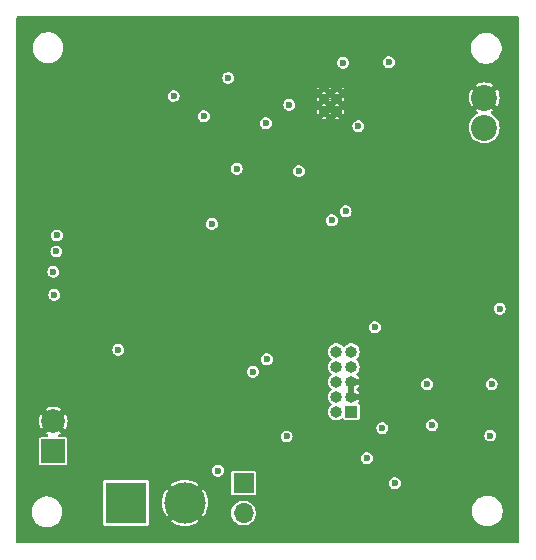
<source format=gbr>
%TF.GenerationSoftware,KiCad,Pcbnew,8.0.3*%
%TF.CreationDate,2025-04-13T16:02:47+02:00*%
%TF.ProjectId,picoballoon,7069636f-6261-46c6-9c6f-6f6e2e6b6963,rev?*%
%TF.SameCoordinates,Original*%
%TF.FileFunction,Copper,L2,Inr*%
%TF.FilePolarity,Positive*%
%FSLAX46Y46*%
G04 Gerber Fmt 4.6, Leading zero omitted, Abs format (unit mm)*
G04 Created by KiCad (PCBNEW 8.0.3) date 2025-04-13 16:02:47*
%MOMM*%
%LPD*%
G01*
G04 APERTURE LIST*
%TA.AperFunction,ComponentPad*%
%ADD10R,2.000000X2.000000*%
%TD*%
%TA.AperFunction,ComponentPad*%
%ADD11C,2.000000*%
%TD*%
%TA.AperFunction,HeatsinkPad*%
%ADD12C,0.500000*%
%TD*%
%TA.AperFunction,ComponentPad*%
%ADD13C,2.200000*%
%TD*%
%TA.AperFunction,ComponentPad*%
%ADD14R,1.000000X1.000000*%
%TD*%
%TA.AperFunction,ComponentPad*%
%ADD15O,1.000000X1.000000*%
%TD*%
%TA.AperFunction,ComponentPad*%
%ADD16R,3.500000X3.500000*%
%TD*%
%TA.AperFunction,ComponentPad*%
%ADD17C,3.500000*%
%TD*%
%TA.AperFunction,ComponentPad*%
%ADD18R,1.700000X1.700000*%
%TD*%
%TA.AperFunction,ComponentPad*%
%ADD19O,1.700000X1.700000*%
%TD*%
%TA.AperFunction,ViaPad*%
%ADD20C,0.600000*%
%TD*%
G04 APERTURE END LIST*
D10*
%TO.N,Net-(D1-A)*%
%TO.C,SC1*%
X122120000Y-121025000D03*
D11*
%TO.N,GND*%
X122120000Y-118485000D03*
%TD*%
D12*
%TO.N,GND*%
%TO.C,*%
X144543750Y-91735000D03*
%TD*%
D13*
%TO.N,Net-(AE1-A)*%
%TO.C,AE1*%
X158610000Y-93640000D03*
%TO.N,GND*%
X158610000Y-91100000D03*
%TD*%
D12*
%TO.N,GND*%
%TO.C,*%
X145588750Y-91745000D03*
%TD*%
%TO.N,GND*%
%TO.C,*%
X145583750Y-90695000D03*
%TD*%
%TO.N,GND*%
%TO.C,*%
X146633750Y-91735000D03*
%TD*%
D14*
%TO.N,+3.3V*%
%TO.C,J1*%
X147360000Y-117690000D03*
D15*
%TO.N,/SWD_DIO*%
X146090000Y-117690000D03*
%TO.N,GND*%
X147360000Y-116420000D03*
%TO.N,/SWD_CLK*%
X146090000Y-116420000D03*
%TO.N,GND*%
X147360000Y-115150000D03*
%TO.N,unconnected-(J1-Pin_6-Pad6)*%
X146090000Y-115150000D03*
%TO.N,unconnected-(J1-Pin_7-Pad7)*%
X147360000Y-113880000D03*
%TO.N,unconnected-(J1-Pin_8-Pad8)*%
X146090000Y-113880000D03*
%TO.N,unconnected-(J1-Pin_9-Pad9)*%
X147360000Y-112610000D03*
%TO.N,/RESET*%
X146090000Y-112610000D03*
%TD*%
D16*
%TO.N,+U_SC1*%
%TO.C,C1*%
X128270000Y-125400000D03*
D17*
%TO.N,GND*%
X133270000Y-125400000D03*
%TD*%
D12*
%TO.N,GND*%
%TO.C,U1*%
X146638750Y-92795000D03*
X146638750Y-90695000D03*
X144538750Y-92795000D03*
X144538750Y-90695000D03*
%TD*%
%TO.N,GND*%
%TO.C,*%
X145583750Y-92795000D03*
%TD*%
D18*
%TO.N,+U_SC*%
%TO.C,J2*%
X138230000Y-123720000D03*
D19*
%TO.N,+U_SC1*%
X138230000Y-126260000D03*
%TD*%
D20*
%TO.N,GND*%
X123230000Y-89720000D03*
X125660000Y-119870000D03*
X125040000Y-117860000D03*
X161000000Y-102500000D03*
X129210000Y-118250000D03*
X158750000Y-100280000D03*
X119490000Y-89810000D03*
X156153750Y-95785000D03*
X134250000Y-128250000D03*
X140110000Y-116180000D03*
X149250000Y-128250000D03*
X156983750Y-95945000D03*
X121150000Y-111530000D03*
X155423750Y-99315000D03*
X161000000Y-91500000D03*
X155283750Y-95855000D03*
X160110000Y-102610000D03*
X119490000Y-117810000D03*
X140250000Y-128250000D03*
X126649039Y-115355314D03*
X126250000Y-128250000D03*
X140500000Y-84750000D03*
X148500000Y-84750000D03*
X161000000Y-111500000D03*
X149550000Y-86280000D03*
X158800000Y-99530000D03*
X147285000Y-94164375D03*
X132500000Y-84750000D03*
X158800000Y-105670000D03*
X140750000Y-122120000D03*
X160300000Y-96050000D03*
X153150000Y-123380000D03*
X158690000Y-96960000D03*
X119490000Y-101810000D03*
X145760000Y-104560000D03*
X130500000Y-84750000D03*
X158250000Y-128250000D03*
X155463750Y-92965000D03*
X161000000Y-106500000D03*
X158320000Y-95350000D03*
X157083750Y-98245000D03*
X119490000Y-108810000D03*
X128250000Y-128250000D03*
X147340000Y-107960000D03*
X157250000Y-128250000D03*
X119490000Y-111810000D03*
X146740000Y-86140000D03*
X135250000Y-128250000D03*
X139500000Y-84750000D03*
X158640000Y-118790000D03*
X124900000Y-94460000D03*
X145770000Y-102800000D03*
X152500000Y-84750000D03*
X124500000Y-84750000D03*
X136410000Y-112570000D03*
X142250000Y-128250000D03*
X129500000Y-84750000D03*
X161000000Y-120500000D03*
X144420000Y-119810000D03*
X119490000Y-110810000D03*
X138740000Y-101270000D03*
X124540000Y-111190000D03*
X155453275Y-98530330D03*
X161000000Y-96500000D03*
X142500000Y-84750000D03*
X136310000Y-114450000D03*
X124070000Y-115060000D03*
X134840000Y-102880000D03*
X133935382Y-97196073D03*
X128500000Y-84750000D03*
X145500000Y-84750000D03*
X124540000Y-97120000D03*
X139390000Y-107650000D03*
X153170000Y-116950000D03*
X154643750Y-93485000D03*
X150283750Y-91725000D03*
X153783750Y-94355000D03*
X151623750Y-90885000D03*
X151500000Y-84750000D03*
X126590000Y-96390000D03*
X144420000Y-110650000D03*
X150353750Y-89245000D03*
X129090000Y-116300000D03*
X119490000Y-92810000D03*
X125150000Y-126060000D03*
X142970000Y-94490000D03*
X140180000Y-104680000D03*
X119490000Y-97810000D03*
X151320000Y-116420000D03*
X161000000Y-105500000D03*
X123500000Y-84750000D03*
X160190000Y-94180000D03*
X143360000Y-89730000D03*
X123250000Y-128250000D03*
X156283750Y-98465000D03*
X151280000Y-118630000D03*
X161000000Y-92500000D03*
X121500000Y-84750000D03*
X147250000Y-128250000D03*
X135420000Y-118380000D03*
X157900000Y-102420000D03*
X161000000Y-86500000D03*
X127560000Y-117050000D03*
X147130000Y-97110000D03*
X125500000Y-84750000D03*
X154233750Y-90675000D03*
X157150000Y-102830000D03*
X130250000Y-128250000D03*
X146250000Y-128250000D03*
X119490000Y-95810000D03*
X150870000Y-102210000D03*
X133500000Y-84750000D03*
X155520000Y-94710000D03*
X160310000Y-97060000D03*
X156000000Y-105630000D03*
X155880000Y-89240000D03*
X150150000Y-112360000D03*
X155003750Y-90775000D03*
X152150000Y-86310000D03*
X119490000Y-123810000D03*
X150313750Y-90865000D03*
X156050000Y-124980000D03*
X142100000Y-104270000D03*
X137410000Y-122010000D03*
X123200000Y-112810000D03*
X138250000Y-128250000D03*
X161030000Y-85560000D03*
X150500000Y-84750000D03*
X151173750Y-92515000D03*
X127040000Y-99270000D03*
X155500000Y-84750000D03*
X132250000Y-128250000D03*
X133920000Y-98830000D03*
X158350000Y-101730000D03*
X119490000Y-125810000D03*
X153250000Y-128250000D03*
X141910000Y-107800000D03*
X130790000Y-116600000D03*
X145250000Y-128250000D03*
X153090000Y-113020000D03*
X139800000Y-120720000D03*
X127520000Y-118980000D03*
X161000000Y-122500000D03*
X119490000Y-114810000D03*
X161000000Y-113500000D03*
X119490000Y-103810000D03*
X158800000Y-101120000D03*
X156500000Y-84750000D03*
X119490000Y-88810000D03*
X161000000Y-87500000D03*
X156820000Y-92550000D03*
X143500000Y-84750000D03*
X136250000Y-128250000D03*
X119760000Y-84990000D03*
X161000000Y-94500000D03*
X119490000Y-104810000D03*
X136920000Y-116120000D03*
X150353750Y-92505000D03*
X131500000Y-84750000D03*
X157133750Y-99295000D03*
X131170000Y-88430000D03*
X146500000Y-84750000D03*
X154810000Y-86910000D03*
X161000000Y-123500000D03*
X156263750Y-99455000D03*
X139260000Y-95790000D03*
X137150000Y-103370000D03*
X126500000Y-84750000D03*
X136770000Y-106380000D03*
X129250000Y-128250000D03*
X119490000Y-126810000D03*
X160480000Y-84870000D03*
X161000000Y-118500000D03*
X137500000Y-84750000D03*
X155250000Y-128250000D03*
X161000000Y-124500000D03*
X140900000Y-101690000D03*
X134500000Y-84750000D03*
X161000000Y-108500000D03*
X132460000Y-96620000D03*
X137990000Y-86390000D03*
X161000000Y-115500000D03*
X161000000Y-121500000D03*
X119490000Y-124810000D03*
X122630000Y-110190000D03*
X125250000Y-128250000D03*
X158500000Y-84750000D03*
X161000000Y-109500000D03*
X158670000Y-96070000D03*
X119710000Y-127680000D03*
X161000000Y-88500000D03*
X142620000Y-86140000D03*
X138420000Y-118430000D03*
X143250000Y-128250000D03*
X119490000Y-87810000D03*
X135930000Y-108200000D03*
X161000000Y-117500000D03*
X138500000Y-84750000D03*
X135980000Y-126580000D03*
X119490000Y-93810000D03*
X147500000Y-84750000D03*
X119490000Y-99810000D03*
X161000000Y-100500000D03*
X155623750Y-91335000D03*
X161000000Y-112500000D03*
X121250000Y-128250000D03*
X119490000Y-106810000D03*
X137250000Y-128250000D03*
X152400000Y-104020000D03*
X119490000Y-121810000D03*
X152250000Y-128250000D03*
X144500000Y-84750000D03*
X150250000Y-128250000D03*
X123760000Y-100080000D03*
X151360000Y-99730000D03*
X139910000Y-115090000D03*
X140190000Y-112000000D03*
X152840000Y-108400000D03*
X158730000Y-97850000D03*
X153303750Y-90825000D03*
X160340000Y-100950000D03*
X161000000Y-101500000D03*
X141500000Y-84750000D03*
X157483750Y-97495000D03*
X128540000Y-122730000D03*
X153500000Y-84750000D03*
X159430000Y-114290000D03*
X119490000Y-112810000D03*
X138440000Y-88490000D03*
X153070000Y-109860000D03*
X161000000Y-103500000D03*
X124250000Y-128250000D03*
X150230000Y-120980000D03*
X151020000Y-107140000D03*
X144970000Y-109630000D03*
X138300000Y-113390000D03*
X161000000Y-90500000D03*
X147630000Y-99260000D03*
X157500000Y-84750000D03*
X119490000Y-105810000D03*
X161000000Y-95500000D03*
X140750000Y-92150000D03*
X154860000Y-108060000D03*
X119490000Y-119810000D03*
X157413750Y-96645000D03*
X119490000Y-91810000D03*
X153783750Y-95125000D03*
X119490000Y-98810000D03*
X151250000Y-128250000D03*
X119490000Y-113810000D03*
X161000000Y-110500000D03*
X119490000Y-86810000D03*
X119490000Y-94810000D03*
X159500000Y-84750000D03*
X150020000Y-108970000D03*
X119490000Y-120810000D03*
X127500000Y-84750000D03*
X154250000Y-128250000D03*
X148980000Y-126020000D03*
X161000000Y-99500000D03*
X119490000Y-102810000D03*
X125470000Y-113130000D03*
X137420000Y-120590000D03*
X160300000Y-98950000D03*
X161000000Y-89500000D03*
X122500000Y-84750000D03*
X161000000Y-97500000D03*
X161000000Y-119500000D03*
X119490000Y-116810000D03*
X130830000Y-118710000D03*
X148760000Y-100140000D03*
X128290000Y-97360000D03*
X158750000Y-98680000D03*
X150333750Y-90045000D03*
X141250000Y-128250000D03*
X161000000Y-125500000D03*
X136500000Y-84750000D03*
X160320000Y-98040000D03*
X153823750Y-93575000D03*
X161020000Y-127440000D03*
X119490000Y-100810000D03*
X161000000Y-126500000D03*
X161000000Y-93500000D03*
X161000000Y-114500000D03*
X128110000Y-94420000D03*
X160330000Y-101860000D03*
X119490000Y-109810000D03*
X160310000Y-95180000D03*
X119490000Y-122810000D03*
X128520000Y-91580000D03*
X143000000Y-119570000D03*
X126680000Y-101780000D03*
X149500000Y-84750000D03*
X119490000Y-96810000D03*
X119490000Y-118810000D03*
X133250000Y-128250000D03*
X119490000Y-90810000D03*
X119490000Y-85810000D03*
X120350000Y-128180000D03*
X153723750Y-95945000D03*
X150880000Y-110880000D03*
X160330000Y-100000000D03*
X139250000Y-128250000D03*
X156250000Y-128250000D03*
X152443750Y-90825000D03*
X157103750Y-102015000D03*
X122250000Y-128250000D03*
X138280000Y-112140000D03*
X151343750Y-91675000D03*
X161000000Y-107500000D03*
X124260000Y-124030000D03*
X135500000Y-84750000D03*
X144250000Y-128250000D03*
X155733750Y-92235000D03*
X161000000Y-104500000D03*
X150880000Y-113990000D03*
X126650000Y-92430000D03*
X154503750Y-95985000D03*
X152740000Y-88560000D03*
X119490000Y-107810000D03*
X121310000Y-114670000D03*
X159250000Y-128250000D03*
X161000000Y-116500000D03*
X119490000Y-115810000D03*
X132840000Y-86510000D03*
X160380000Y-128160000D03*
X135320000Y-104380000D03*
X150260000Y-100450000D03*
X154500000Y-84750000D03*
X148250000Y-128250000D03*
X161000000Y-98500000D03*
X131250000Y-128250000D03*
X120500000Y-84750000D03*
X127250000Y-128250000D03*
%TO.N,+3.3V*%
X150533750Y-88085000D03*
X136940000Y-89430000D03*
X122390000Y-104120000D03*
X136060000Y-122680000D03*
X146882500Y-100720000D03*
X122210000Y-107790000D03*
X159920000Y-108960000D03*
X146663750Y-88145000D03*
X153770000Y-115360000D03*
X134880000Y-92670000D03*
X140120000Y-93260000D03*
X122130000Y-105850000D03*
X154190000Y-118830000D03*
X127630000Y-112450000D03*
X159120000Y-119700000D03*
X148670000Y-121610000D03*
X149980000Y-119070000D03*
X159240000Y-115350000D03*
X140210000Y-113250000D03*
X135540000Y-101780000D03*
X122430000Y-102760000D03*
X149350000Y-110530000D03*
X151050000Y-123730000D03*
%TO.N,/SDN*%
X147960000Y-93510000D03*
X145711025Y-101486696D03*
%TO.N,/SCLK*%
X142100000Y-91710000D03*
X142920000Y-97310000D03*
%TO.N,/SWD_DIO*%
X141870000Y-119780000D03*
X139020000Y-114300000D03*
%TO.N,/GNSS_RESET*%
X132310000Y-90960000D03*
X137650000Y-97110000D03*
%TD*%
%TA.AperFunction,Conductor*%
%TO.N,GND*%
G36*
X161532539Y-84230185D02*
G01*
X161578294Y-84282989D01*
X161589500Y-84334500D01*
X161589500Y-128685500D01*
X161569815Y-128752539D01*
X161517011Y-128798294D01*
X161465500Y-128809500D01*
X119114500Y-128809500D01*
X119047461Y-128789815D01*
X119001706Y-128737011D01*
X118990500Y-128685500D01*
X118990500Y-126057648D01*
X120289500Y-126057648D01*
X120289500Y-126262351D01*
X120321522Y-126464534D01*
X120384781Y-126659223D01*
X120477715Y-126841613D01*
X120598028Y-127007213D01*
X120742786Y-127151971D01*
X120897749Y-127264556D01*
X120908390Y-127272287D01*
X121024607Y-127331503D01*
X121090776Y-127365218D01*
X121090778Y-127365218D01*
X121090781Y-127365220D01*
X121195137Y-127399127D01*
X121285465Y-127428477D01*
X121386557Y-127444488D01*
X121487648Y-127460500D01*
X121487649Y-127460500D01*
X121692351Y-127460500D01*
X121692352Y-127460500D01*
X121894534Y-127428477D01*
X122089219Y-127365220D01*
X122271610Y-127272287D01*
X122364590Y-127204732D01*
X122437213Y-127151971D01*
X122437215Y-127151968D01*
X122437219Y-127151966D01*
X122581966Y-127007219D01*
X122581968Y-127007215D01*
X122581971Y-127007213D01*
X122640093Y-126927213D01*
X122702287Y-126841610D01*
X122795220Y-126659219D01*
X122858477Y-126464534D01*
X122890500Y-126262352D01*
X122890500Y-126057648D01*
X122858569Y-125856046D01*
X122858477Y-125855465D01*
X122810240Y-125707007D01*
X122795220Y-125660781D01*
X122795218Y-125660778D01*
X122795218Y-125660776D01*
X122720222Y-125513590D01*
X122702287Y-125478390D01*
X122645334Y-125400000D01*
X122581971Y-125312786D01*
X122437213Y-125168028D01*
X122271613Y-125047715D01*
X122271612Y-125047714D01*
X122271610Y-125047713D01*
X122177774Y-124999901D01*
X122089223Y-124954781D01*
X121894534Y-124891522D01*
X121719995Y-124863878D01*
X121692352Y-124859500D01*
X121487648Y-124859500D01*
X121463329Y-124863351D01*
X121285465Y-124891522D01*
X121090776Y-124954781D01*
X120908386Y-125047715D01*
X120742786Y-125168028D01*
X120598028Y-125312786D01*
X120477715Y-125478386D01*
X120384781Y-125660776D01*
X120321522Y-125855465D01*
X120289500Y-126057648D01*
X118990500Y-126057648D01*
X118990500Y-123630247D01*
X126319500Y-123630247D01*
X126319500Y-127169752D01*
X126331131Y-127228229D01*
X126331132Y-127228230D01*
X126375447Y-127294552D01*
X126441769Y-127338867D01*
X126441770Y-127338868D01*
X126500247Y-127350499D01*
X126500250Y-127350500D01*
X126500252Y-127350500D01*
X130039750Y-127350500D01*
X130039751Y-127350499D01*
X130054568Y-127347552D01*
X130098229Y-127338868D01*
X130098229Y-127338867D01*
X130098231Y-127338867D01*
X130164552Y-127294552D01*
X130208867Y-127228231D01*
X130208867Y-127228229D01*
X130208868Y-127228229D01*
X130220499Y-127169752D01*
X130220500Y-127169750D01*
X130220500Y-125399998D01*
X131315019Y-125399998D01*
X131315019Y-125400001D01*
X131334918Y-125678223D01*
X131334919Y-125678230D01*
X131394207Y-125950774D01*
X131491689Y-126212134D01*
X131625361Y-126456938D01*
X131725602Y-126590843D01*
X132787037Y-125529408D01*
X132804075Y-125592993D01*
X132869901Y-125707007D01*
X132962993Y-125800099D01*
X133077007Y-125865925D01*
X133140590Y-125882962D01*
X132079155Y-126944396D01*
X132213061Y-127044637D01*
X132213061Y-127044638D01*
X132457865Y-127178310D01*
X132719225Y-127275792D01*
X132991769Y-127335080D01*
X132991776Y-127335081D01*
X133269999Y-127354981D01*
X133270001Y-127354981D01*
X133548223Y-127335081D01*
X133548230Y-127335080D01*
X133820774Y-127275792D01*
X134082134Y-127178310D01*
X134326942Y-127044635D01*
X134460842Y-126944396D01*
X134460843Y-126944396D01*
X133399410Y-125882962D01*
X133462993Y-125865925D01*
X133577007Y-125800099D01*
X133670099Y-125707007D01*
X133735925Y-125592993D01*
X133752962Y-125529409D01*
X134814396Y-126590843D01*
X134814396Y-126590842D01*
X134914635Y-126456942D01*
X135022173Y-126260000D01*
X137174417Y-126260000D01*
X137194699Y-126465932D01*
X137194700Y-126465934D01*
X137254768Y-126663954D01*
X137352315Y-126846450D01*
X137352317Y-126846452D01*
X137483589Y-127006410D01*
X137530171Y-127044638D01*
X137643550Y-127137685D01*
X137826046Y-127235232D01*
X138024066Y-127295300D01*
X138024065Y-127295300D01*
X138042529Y-127297118D01*
X138230000Y-127315583D01*
X138435934Y-127295300D01*
X138633954Y-127235232D01*
X138816450Y-127137685D01*
X138976410Y-127006410D01*
X139107685Y-126846450D01*
X139205232Y-126663954D01*
X139265300Y-126465934D01*
X139285583Y-126260000D01*
X139265300Y-126054066D01*
X139242119Y-125977648D01*
X157579500Y-125977648D01*
X157579500Y-126182351D01*
X157611522Y-126384534D01*
X157674781Y-126579223D01*
X157767715Y-126761613D01*
X157888028Y-126927213D01*
X158032786Y-127071971D01*
X158142892Y-127151966D01*
X158198390Y-127192287D01*
X158314607Y-127251503D01*
X158380776Y-127285218D01*
X158380778Y-127285218D01*
X158380781Y-127285220D01*
X158474226Y-127315582D01*
X158575465Y-127348477D01*
X158676557Y-127364488D01*
X158777648Y-127380500D01*
X158777649Y-127380500D01*
X158982351Y-127380500D01*
X158982352Y-127380500D01*
X159184534Y-127348477D01*
X159379219Y-127285220D01*
X159561610Y-127192287D01*
X159654590Y-127124732D01*
X159727213Y-127071971D01*
X159727215Y-127071968D01*
X159727219Y-127071966D01*
X159871966Y-126927219D01*
X159871968Y-126927215D01*
X159871971Y-126927213D01*
X159934164Y-126841610D01*
X159992287Y-126761610D01*
X160085220Y-126579219D01*
X160148477Y-126384534D01*
X160180500Y-126182352D01*
X160180500Y-125977648D01*
X160148477Y-125775466D01*
X160085220Y-125580781D01*
X160085218Y-125580778D01*
X160085218Y-125580776D01*
X160026647Y-125465826D01*
X159992287Y-125398390D01*
X159930093Y-125312786D01*
X159871971Y-125232786D01*
X159727213Y-125088028D01*
X159561613Y-124967715D01*
X159561612Y-124967714D01*
X159561610Y-124967713D01*
X159495592Y-124934075D01*
X159379223Y-124874781D01*
X159184534Y-124811522D01*
X159009995Y-124783878D01*
X158982352Y-124779500D01*
X158777648Y-124779500D01*
X158753329Y-124783351D01*
X158575465Y-124811522D01*
X158380776Y-124874781D01*
X158198386Y-124967715D01*
X158032786Y-125088028D01*
X157888028Y-125232786D01*
X157767715Y-125398386D01*
X157674781Y-125580776D01*
X157611522Y-125775465D01*
X157579500Y-125977648D01*
X139242119Y-125977648D01*
X139205232Y-125856046D01*
X139107685Y-125673550D01*
X139031548Y-125580776D01*
X138976410Y-125513589D01*
X138858677Y-125416969D01*
X138816450Y-125382315D01*
X138633954Y-125284768D01*
X138435934Y-125224700D01*
X138435932Y-125224699D01*
X138435934Y-125224699D01*
X138230000Y-125204417D01*
X138024067Y-125224699D01*
X137826043Y-125284769D01*
X137773628Y-125312786D01*
X137643550Y-125382315D01*
X137643548Y-125382316D01*
X137643547Y-125382317D01*
X137483589Y-125513589D01*
X137362798Y-125660776D01*
X137352315Y-125673550D01*
X137334432Y-125707007D01*
X137254769Y-125856043D01*
X137194699Y-126054067D01*
X137174417Y-126260000D01*
X135022173Y-126260000D01*
X135048310Y-126212134D01*
X135145792Y-125950774D01*
X135205080Y-125678230D01*
X135205081Y-125678223D01*
X135224981Y-125400001D01*
X135224981Y-125399998D01*
X135205081Y-125121776D01*
X135205080Y-125121769D01*
X135145792Y-124849225D01*
X135048310Y-124587865D01*
X134914638Y-124343061D01*
X134814396Y-124209155D01*
X133752962Y-125270589D01*
X133735925Y-125207007D01*
X133670099Y-125092993D01*
X133577007Y-124999901D01*
X133462993Y-124934075D01*
X133399409Y-124917037D01*
X134460843Y-123855602D01*
X134326938Y-123755362D01*
X134326938Y-123755361D01*
X134082134Y-123621689D01*
X133820774Y-123524207D01*
X133548230Y-123464919D01*
X133548223Y-123464918D01*
X133270001Y-123445019D01*
X133269999Y-123445019D01*
X132991776Y-123464918D01*
X132991769Y-123464919D01*
X132719225Y-123524207D01*
X132457865Y-123621689D01*
X132213061Y-123755361D01*
X132213054Y-123755366D01*
X132079156Y-123855601D01*
X132079155Y-123855602D01*
X133140591Y-124917037D01*
X133077007Y-124934075D01*
X132962993Y-124999901D01*
X132869901Y-125092993D01*
X132804075Y-125207007D01*
X132787037Y-125270590D01*
X131725602Y-124209155D01*
X131725601Y-124209156D01*
X131625366Y-124343054D01*
X131625361Y-124343061D01*
X131491689Y-124587865D01*
X131394207Y-124849225D01*
X131334919Y-125121769D01*
X131334918Y-125121776D01*
X131315019Y-125399998D01*
X130220500Y-125399998D01*
X130220500Y-123630249D01*
X130220499Y-123630247D01*
X130208868Y-123571770D01*
X130208867Y-123571769D01*
X130164552Y-123505447D01*
X130098230Y-123461132D01*
X130098229Y-123461131D01*
X130039752Y-123449500D01*
X130039748Y-123449500D01*
X126500252Y-123449500D01*
X126500247Y-123449500D01*
X126441770Y-123461131D01*
X126441769Y-123461132D01*
X126375447Y-123505447D01*
X126331132Y-123571769D01*
X126331131Y-123571770D01*
X126319500Y-123630247D01*
X118990500Y-123630247D01*
X118990500Y-122680000D01*
X135554353Y-122680000D01*
X135574834Y-122822456D01*
X135634622Y-122953371D01*
X135634623Y-122953373D01*
X135728872Y-123062143D01*
X135849947Y-123139953D01*
X135849950Y-123139954D01*
X135849949Y-123139954D01*
X135988036Y-123180499D01*
X135988038Y-123180500D01*
X135988039Y-123180500D01*
X136131962Y-123180500D01*
X136131962Y-123180499D01*
X136270053Y-123139953D01*
X136391128Y-123062143D01*
X136485377Y-122953373D01*
X136532474Y-122850247D01*
X137179500Y-122850247D01*
X137179500Y-124589752D01*
X137191131Y-124648229D01*
X137191132Y-124648230D01*
X137235447Y-124714552D01*
X137301769Y-124758867D01*
X137301770Y-124758868D01*
X137360247Y-124770499D01*
X137360250Y-124770500D01*
X137360252Y-124770500D01*
X139099750Y-124770500D01*
X139099751Y-124770499D01*
X139114568Y-124767552D01*
X139158229Y-124758868D01*
X139158229Y-124758867D01*
X139158231Y-124758867D01*
X139224552Y-124714552D01*
X139268867Y-124648231D01*
X139268867Y-124648229D01*
X139268868Y-124648229D01*
X139280499Y-124589752D01*
X139280500Y-124589750D01*
X139280500Y-123730000D01*
X150544353Y-123730000D01*
X150564834Y-123872456D01*
X150624622Y-124003371D01*
X150624623Y-124003373D01*
X150718872Y-124112143D01*
X150839947Y-124189953D01*
X150839950Y-124189954D01*
X150839949Y-124189954D01*
X150978036Y-124230499D01*
X150978038Y-124230500D01*
X150978039Y-124230500D01*
X151121962Y-124230500D01*
X151121962Y-124230499D01*
X151260053Y-124189953D01*
X151381128Y-124112143D01*
X151475377Y-124003373D01*
X151535165Y-123872457D01*
X151555647Y-123730000D01*
X151535165Y-123587543D01*
X151475377Y-123456627D01*
X151381128Y-123347857D01*
X151260053Y-123270047D01*
X151260051Y-123270046D01*
X151260049Y-123270045D01*
X151260050Y-123270045D01*
X151121963Y-123229500D01*
X151121961Y-123229500D01*
X150978039Y-123229500D01*
X150978036Y-123229500D01*
X150839949Y-123270045D01*
X150718873Y-123347856D01*
X150624623Y-123456626D01*
X150624622Y-123456628D01*
X150564834Y-123587543D01*
X150544353Y-123730000D01*
X139280500Y-123730000D01*
X139280500Y-122850249D01*
X139280499Y-122850247D01*
X139268868Y-122791770D01*
X139268867Y-122791769D01*
X139224552Y-122725447D01*
X139158230Y-122681132D01*
X139158229Y-122681131D01*
X139099752Y-122669500D01*
X139099748Y-122669500D01*
X137360252Y-122669500D01*
X137360247Y-122669500D01*
X137301770Y-122681131D01*
X137301769Y-122681132D01*
X137235447Y-122725447D01*
X137191132Y-122791769D01*
X137191131Y-122791770D01*
X137179500Y-122850247D01*
X136532474Y-122850247D01*
X136545165Y-122822457D01*
X136565647Y-122680000D01*
X136545165Y-122537543D01*
X136485377Y-122406627D01*
X136391128Y-122297857D01*
X136270053Y-122220047D01*
X136270051Y-122220046D01*
X136270049Y-122220045D01*
X136270050Y-122220045D01*
X136131963Y-122179500D01*
X136131961Y-122179500D01*
X135988039Y-122179500D01*
X135988036Y-122179500D01*
X135849949Y-122220045D01*
X135728873Y-122297856D01*
X135634623Y-122406626D01*
X135634622Y-122406628D01*
X135574834Y-122537543D01*
X135554353Y-122680000D01*
X118990500Y-122680000D01*
X118990500Y-118484999D01*
X120914859Y-118484999D01*
X120914859Y-118485000D01*
X120935378Y-118706439D01*
X120996240Y-118920350D01*
X121095369Y-119119428D01*
X121111137Y-119140308D01*
X121111138Y-119140308D01*
X121637037Y-118614409D01*
X121654075Y-118677993D01*
X121719901Y-118792007D01*
X121812993Y-118885099D01*
X121927007Y-118950925D01*
X121990590Y-118967962D01*
X121466672Y-119491879D01*
X121466672Y-119491880D01*
X121582821Y-119563797D01*
X121582822Y-119563798D01*
X121637223Y-119584873D01*
X121692624Y-119627446D01*
X121716215Y-119693213D01*
X121700504Y-119761293D01*
X121650480Y-119810072D01*
X121592429Y-119824500D01*
X121100247Y-119824500D01*
X121041770Y-119836131D01*
X121041769Y-119836132D01*
X120975447Y-119880447D01*
X120931132Y-119946769D01*
X120931131Y-119946770D01*
X120919500Y-120005247D01*
X120919500Y-122044752D01*
X120931131Y-122103229D01*
X120931132Y-122103230D01*
X120975447Y-122169552D01*
X121041769Y-122213867D01*
X121041770Y-122213868D01*
X121100247Y-122225499D01*
X121100250Y-122225500D01*
X121100252Y-122225500D01*
X123139750Y-122225500D01*
X123139751Y-122225499D01*
X123154568Y-122222552D01*
X123198229Y-122213868D01*
X123198229Y-122213867D01*
X123198231Y-122213867D01*
X123264552Y-122169552D01*
X123308867Y-122103231D01*
X123308867Y-122103229D01*
X123308868Y-122103229D01*
X123320499Y-122044752D01*
X123320500Y-122044750D01*
X123320500Y-121610000D01*
X148164353Y-121610000D01*
X148184834Y-121752456D01*
X148244622Y-121883371D01*
X148244623Y-121883373D01*
X148338872Y-121992143D01*
X148459947Y-122069953D01*
X148459950Y-122069954D01*
X148459949Y-122069954D01*
X148598036Y-122110499D01*
X148598038Y-122110500D01*
X148598039Y-122110500D01*
X148741962Y-122110500D01*
X148741962Y-122110499D01*
X148880053Y-122069953D01*
X149001128Y-121992143D01*
X149095377Y-121883373D01*
X149155165Y-121752457D01*
X149175647Y-121610000D01*
X149155165Y-121467543D01*
X149095377Y-121336627D01*
X149001128Y-121227857D01*
X148880053Y-121150047D01*
X148880051Y-121150046D01*
X148880049Y-121150045D01*
X148880050Y-121150045D01*
X148741963Y-121109500D01*
X148741961Y-121109500D01*
X148598039Y-121109500D01*
X148598036Y-121109500D01*
X148459949Y-121150045D01*
X148338873Y-121227856D01*
X148244623Y-121336626D01*
X148244622Y-121336628D01*
X148184834Y-121467543D01*
X148164353Y-121610000D01*
X123320500Y-121610000D01*
X123320500Y-120005249D01*
X123320499Y-120005247D01*
X123308868Y-119946770D01*
X123308867Y-119946769D01*
X123264552Y-119880447D01*
X123198230Y-119836132D01*
X123198229Y-119836131D01*
X123139752Y-119824500D01*
X123139748Y-119824500D01*
X122647569Y-119824500D01*
X122580530Y-119804815D01*
X122559028Y-119780000D01*
X141364353Y-119780000D01*
X141384834Y-119922456D01*
X141444622Y-120053371D01*
X141444623Y-120053373D01*
X141538872Y-120162143D01*
X141659947Y-120239953D01*
X141659950Y-120239954D01*
X141659949Y-120239954D01*
X141798036Y-120280499D01*
X141798038Y-120280500D01*
X141798039Y-120280500D01*
X141941962Y-120280500D01*
X141941962Y-120280499D01*
X142080053Y-120239953D01*
X142201128Y-120162143D01*
X142295377Y-120053373D01*
X142355165Y-119922457D01*
X142375647Y-119780000D01*
X142364145Y-119700000D01*
X158614353Y-119700000D01*
X158634834Y-119842456D01*
X158671370Y-119922457D01*
X158694623Y-119973373D01*
X158788872Y-120082143D01*
X158909947Y-120159953D01*
X158909950Y-120159954D01*
X158909949Y-120159954D01*
X159048036Y-120200499D01*
X159048038Y-120200500D01*
X159048039Y-120200500D01*
X159191962Y-120200500D01*
X159191962Y-120200499D01*
X159299121Y-120169035D01*
X159330050Y-120159954D01*
X159330050Y-120159953D01*
X159330053Y-120159953D01*
X159451128Y-120082143D01*
X159545377Y-119973373D01*
X159605165Y-119842457D01*
X159625647Y-119700000D01*
X159605165Y-119557543D01*
X159545377Y-119426627D01*
X159451128Y-119317857D01*
X159330053Y-119240047D01*
X159330051Y-119240046D01*
X159330049Y-119240045D01*
X159330050Y-119240045D01*
X159191963Y-119199500D01*
X159191961Y-119199500D01*
X159048039Y-119199500D01*
X159048036Y-119199500D01*
X158909949Y-119240045D01*
X158788873Y-119317856D01*
X158694623Y-119426626D01*
X158694622Y-119426628D01*
X158634834Y-119557543D01*
X158614353Y-119700000D01*
X142364145Y-119700000D01*
X142355165Y-119637543D01*
X142295377Y-119506627D01*
X142201128Y-119397857D01*
X142080053Y-119320047D01*
X142080051Y-119320046D01*
X142080049Y-119320045D01*
X142080050Y-119320045D01*
X141941963Y-119279500D01*
X141941961Y-119279500D01*
X141798039Y-119279500D01*
X141798036Y-119279500D01*
X141659949Y-119320045D01*
X141538873Y-119397856D01*
X141444623Y-119506626D01*
X141444622Y-119506628D01*
X141384834Y-119637543D01*
X141364353Y-119780000D01*
X122559028Y-119780000D01*
X122534775Y-119752011D01*
X122524831Y-119682853D01*
X122553856Y-119619297D01*
X122602775Y-119584874D01*
X122657168Y-119563801D01*
X122657181Y-119563795D01*
X122773326Y-119491879D01*
X122249410Y-118967962D01*
X122312993Y-118950925D01*
X122427007Y-118885099D01*
X122520099Y-118792007D01*
X122585925Y-118677993D01*
X122602962Y-118614409D01*
X123128861Y-119140308D01*
X123144631Y-119119425D01*
X123144633Y-119119422D01*
X123169242Y-119070000D01*
X149474353Y-119070000D01*
X149494834Y-119212456D01*
X149548744Y-119330500D01*
X149554623Y-119343373D01*
X149648872Y-119452143D01*
X149769947Y-119529953D01*
X149769950Y-119529954D01*
X149769949Y-119529954D01*
X149863911Y-119557543D01*
X149885210Y-119563797D01*
X149908036Y-119570499D01*
X149908038Y-119570500D01*
X149908039Y-119570500D01*
X150051962Y-119570500D01*
X150051962Y-119570499D01*
X150190053Y-119529953D01*
X150311128Y-119452143D01*
X150405377Y-119343373D01*
X150465165Y-119212457D01*
X150485647Y-119070000D01*
X150465165Y-118927543D01*
X150420618Y-118830000D01*
X153684353Y-118830000D01*
X153704834Y-118972456D01*
X153710563Y-118985000D01*
X153764623Y-119103373D01*
X153858872Y-119212143D01*
X153979947Y-119289953D01*
X153979950Y-119289954D01*
X153979949Y-119289954D01*
X154118036Y-119330499D01*
X154118038Y-119330500D01*
X154118039Y-119330500D01*
X154261962Y-119330500D01*
X154261962Y-119330499D01*
X154400053Y-119289953D01*
X154521128Y-119212143D01*
X154615377Y-119103373D01*
X154675165Y-118972457D01*
X154695647Y-118830000D01*
X154675165Y-118687543D01*
X154615377Y-118556627D01*
X154521128Y-118447857D01*
X154400053Y-118370047D01*
X154400051Y-118370046D01*
X154400049Y-118370045D01*
X154400050Y-118370045D01*
X154261963Y-118329500D01*
X154261961Y-118329500D01*
X154118039Y-118329500D01*
X154118036Y-118329500D01*
X153979949Y-118370045D01*
X153858873Y-118447856D01*
X153764623Y-118556626D01*
X153764622Y-118556628D01*
X153704834Y-118687543D01*
X153684353Y-118830000D01*
X150420618Y-118830000D01*
X150405377Y-118796627D01*
X150311128Y-118687857D01*
X150190053Y-118610047D01*
X150190051Y-118610046D01*
X150190049Y-118610045D01*
X150190050Y-118610045D01*
X150051963Y-118569500D01*
X150051961Y-118569500D01*
X149908039Y-118569500D01*
X149908036Y-118569500D01*
X149769949Y-118610045D01*
X149648873Y-118687856D01*
X149554623Y-118796626D01*
X149554622Y-118796628D01*
X149494834Y-118927543D01*
X149474353Y-119070000D01*
X123169242Y-119070000D01*
X123243759Y-118920350D01*
X123304621Y-118706439D01*
X123325141Y-118485000D01*
X123325141Y-118484999D01*
X123304621Y-118263560D01*
X123243759Y-118049649D01*
X123144635Y-117850580D01*
X123144630Y-117850572D01*
X123128860Y-117829690D01*
X122602962Y-118355589D01*
X122585925Y-118292007D01*
X122520099Y-118177993D01*
X122427007Y-118084901D01*
X122312993Y-118019075D01*
X122249409Y-118002037D01*
X122773327Y-117478119D01*
X122657178Y-117406202D01*
X122657177Y-117406201D01*
X122449804Y-117325865D01*
X122231193Y-117285000D01*
X122008807Y-117285000D01*
X121790195Y-117325865D01*
X121582824Y-117406200D01*
X121582823Y-117406201D01*
X121466671Y-117478119D01*
X121990590Y-118002037D01*
X121927007Y-118019075D01*
X121812993Y-118084901D01*
X121719901Y-118177993D01*
X121654075Y-118292007D01*
X121637037Y-118355590D01*
X121111138Y-117829691D01*
X121111137Y-117829691D01*
X121095368Y-117850574D01*
X120996240Y-118049649D01*
X120935378Y-118263560D01*
X120914859Y-118484999D01*
X118990500Y-118484999D01*
X118990500Y-114300000D01*
X138514353Y-114300000D01*
X138534834Y-114442456D01*
X138579286Y-114539790D01*
X138594623Y-114573373D01*
X138688872Y-114682143D01*
X138809947Y-114759953D01*
X138809950Y-114759954D01*
X138809949Y-114759954D01*
X138948036Y-114800499D01*
X138948038Y-114800500D01*
X138948039Y-114800500D01*
X139091962Y-114800500D01*
X139091962Y-114800499D01*
X139230053Y-114759953D01*
X139351128Y-114682143D01*
X139445377Y-114573373D01*
X139505165Y-114442457D01*
X139525647Y-114300000D01*
X139505165Y-114157543D01*
X139445377Y-114026627D01*
X139351128Y-113917857D01*
X139230053Y-113840047D01*
X139230051Y-113840046D01*
X139230049Y-113840045D01*
X139230050Y-113840045D01*
X139091963Y-113799500D01*
X139091961Y-113799500D01*
X138948039Y-113799500D01*
X138948036Y-113799500D01*
X138809949Y-113840045D01*
X138688873Y-113917856D01*
X138594623Y-114026626D01*
X138594622Y-114026628D01*
X138534834Y-114157543D01*
X138514353Y-114300000D01*
X118990500Y-114300000D01*
X118990500Y-113250000D01*
X139704353Y-113250000D01*
X139724834Y-113392456D01*
X139784622Y-113523371D01*
X139784623Y-113523373D01*
X139878872Y-113632143D01*
X139999947Y-113709953D01*
X139999950Y-113709954D01*
X139999949Y-113709954D01*
X140138036Y-113750499D01*
X140138038Y-113750500D01*
X140138039Y-113750500D01*
X140281962Y-113750500D01*
X140281962Y-113750499D01*
X140389121Y-113719035D01*
X140420050Y-113709954D01*
X140420050Y-113709953D01*
X140420053Y-113709953D01*
X140541128Y-113632143D01*
X140635377Y-113523373D01*
X140695165Y-113392457D01*
X140715647Y-113250000D01*
X140695165Y-113107543D01*
X140635377Y-112976627D01*
X140541128Y-112867857D01*
X140420053Y-112790047D01*
X140420051Y-112790046D01*
X140420049Y-112790045D01*
X140420050Y-112790045D01*
X140281963Y-112749500D01*
X140281961Y-112749500D01*
X140138039Y-112749500D01*
X140138036Y-112749500D01*
X139999949Y-112790045D01*
X139878873Y-112867856D01*
X139784623Y-112976626D01*
X139784622Y-112976628D01*
X139724834Y-113107543D01*
X139704353Y-113250000D01*
X118990500Y-113250000D01*
X118990500Y-112450000D01*
X127124353Y-112450000D01*
X127144834Y-112592456D01*
X127204622Y-112723371D01*
X127204623Y-112723373D01*
X127298872Y-112832143D01*
X127419947Y-112909953D01*
X127419950Y-112909954D01*
X127419949Y-112909954D01*
X127558036Y-112950499D01*
X127558038Y-112950500D01*
X127558039Y-112950500D01*
X127701962Y-112950500D01*
X127701962Y-112950499D01*
X127809121Y-112919035D01*
X127840050Y-112909954D01*
X127840050Y-112909953D01*
X127840053Y-112909953D01*
X127961128Y-112832143D01*
X128055377Y-112723373D01*
X128107153Y-112610000D01*
X145384355Y-112610000D01*
X145404859Y-112778869D01*
X145404860Y-112778874D01*
X145465182Y-112937931D01*
X145561818Y-113077930D01*
X145645634Y-113152185D01*
X145682761Y-113211374D01*
X145681993Y-113281240D01*
X145645634Y-113337815D01*
X145561818Y-113412069D01*
X145465182Y-113552068D01*
X145404860Y-113711125D01*
X145404859Y-113711130D01*
X145384355Y-113880000D01*
X145404859Y-114048869D01*
X145404860Y-114048874D01*
X145465182Y-114207931D01*
X145561818Y-114347930D01*
X145645634Y-114422185D01*
X145682761Y-114481374D01*
X145681993Y-114551240D01*
X145645634Y-114607815D01*
X145561818Y-114682069D01*
X145465182Y-114822068D01*
X145404860Y-114981125D01*
X145404859Y-114981130D01*
X145384355Y-115150000D01*
X145404859Y-115318869D01*
X145404860Y-115318874D01*
X145465182Y-115477931D01*
X145561818Y-115617930D01*
X145645634Y-115692185D01*
X145682761Y-115751374D01*
X145681993Y-115821240D01*
X145645634Y-115877815D01*
X145561818Y-115952069D01*
X145465182Y-116092068D01*
X145404860Y-116251125D01*
X145404859Y-116251130D01*
X145384355Y-116420000D01*
X145404859Y-116588869D01*
X145404860Y-116588874D01*
X145465182Y-116747931D01*
X145561818Y-116887930D01*
X145645634Y-116962185D01*
X145682761Y-117021374D01*
X145681993Y-117091240D01*
X145645634Y-117147815D01*
X145561818Y-117222069D01*
X145465182Y-117362068D01*
X145404860Y-117521125D01*
X145404859Y-117521130D01*
X145384355Y-117690000D01*
X145404859Y-117858869D01*
X145404860Y-117858874D01*
X145465182Y-118017931D01*
X145465972Y-118019075D01*
X145561817Y-118157929D01*
X145647678Y-118233995D01*
X145689150Y-118270736D01*
X145839773Y-118349789D01*
X145839775Y-118349790D01*
X146004944Y-118390500D01*
X146175056Y-118390500D01*
X146340225Y-118349790D01*
X146458641Y-118287640D01*
X146490849Y-118270736D01*
X146490850Y-118270734D01*
X146490852Y-118270734D01*
X146498771Y-118263717D01*
X146562001Y-118233995D01*
X146631265Y-118243175D01*
X146684102Y-118287640D01*
X146715447Y-118334552D01*
X146781769Y-118378867D01*
X146781770Y-118378868D01*
X146840247Y-118390499D01*
X146840250Y-118390500D01*
X146840252Y-118390500D01*
X147879750Y-118390500D01*
X147879751Y-118390499D01*
X147894568Y-118387552D01*
X147938229Y-118378868D01*
X147938229Y-118378867D01*
X147938231Y-118378867D01*
X148004552Y-118334552D01*
X148048867Y-118268231D01*
X148048867Y-118268229D01*
X148048868Y-118268229D01*
X148060499Y-118209752D01*
X148060500Y-118209750D01*
X148060500Y-117170249D01*
X148060499Y-117170247D01*
X148048868Y-117111770D01*
X148048867Y-117111769D01*
X148004551Y-117045446D01*
X147954758Y-117012175D01*
X147909954Y-116958563D01*
X147901247Y-116889238D01*
X147921600Y-116838634D01*
X147984369Y-116747697D01*
X148013837Y-116670000D01*
X147569618Y-116670000D01*
X147620064Y-116619554D01*
X147662851Y-116545445D01*
X147685000Y-116462787D01*
X147685000Y-116377213D01*
X147662851Y-116294555D01*
X147620064Y-116220446D01*
X147569618Y-116170000D01*
X147610000Y-116170000D01*
X148013836Y-116170000D01*
X147984369Y-116092302D01*
X147887807Y-115952406D01*
X147887806Y-115952405D01*
X147803611Y-115877816D01*
X147766484Y-115818626D01*
X147767252Y-115748761D01*
X147803611Y-115692184D01*
X147887806Y-115617594D01*
X147887807Y-115617593D01*
X147984369Y-115477697D01*
X148013837Y-115400000D01*
X147610000Y-115400000D01*
X147610000Y-116170000D01*
X147569618Y-116170000D01*
X147559554Y-116159936D01*
X147485445Y-116117149D01*
X147402787Y-116095000D01*
X147317213Y-116095000D01*
X147234555Y-116117149D01*
X147160446Y-116159936D01*
X147110000Y-116210382D01*
X147110000Y-115359618D01*
X147160446Y-115410064D01*
X147234555Y-115452851D01*
X147317213Y-115475000D01*
X147402787Y-115475000D01*
X147485445Y-115452851D01*
X147559554Y-115410064D01*
X147609618Y-115360000D01*
X153264353Y-115360000D01*
X153284834Y-115502456D01*
X153337416Y-115617593D01*
X153344623Y-115633373D01*
X153438872Y-115742143D01*
X153559947Y-115819953D01*
X153559950Y-115819954D01*
X153559949Y-115819954D01*
X153698036Y-115860499D01*
X153698038Y-115860500D01*
X153698039Y-115860500D01*
X153841962Y-115860500D01*
X153841962Y-115860499D01*
X153980053Y-115819953D01*
X154101128Y-115742143D01*
X154195377Y-115633373D01*
X154255165Y-115502457D01*
X154275647Y-115360000D01*
X154274209Y-115350000D01*
X158734353Y-115350000D01*
X158754834Y-115492456D01*
X158811983Y-115617593D01*
X158814623Y-115623373D01*
X158908872Y-115732143D01*
X159029947Y-115809953D01*
X159029950Y-115809954D01*
X159029949Y-115809954D01*
X159168036Y-115850499D01*
X159168038Y-115850500D01*
X159168039Y-115850500D01*
X159311962Y-115850500D01*
X159311962Y-115850499D01*
X159450053Y-115809953D01*
X159571128Y-115732143D01*
X159665377Y-115623373D01*
X159725165Y-115492457D01*
X159745647Y-115350000D01*
X159725165Y-115207543D01*
X159665377Y-115076627D01*
X159571128Y-114967857D01*
X159450053Y-114890047D01*
X159450051Y-114890046D01*
X159450049Y-114890045D01*
X159450050Y-114890045D01*
X159311963Y-114849500D01*
X159311961Y-114849500D01*
X159168039Y-114849500D01*
X159168036Y-114849500D01*
X159029949Y-114890045D01*
X158908873Y-114967856D01*
X158814623Y-115076626D01*
X158814622Y-115076628D01*
X158754834Y-115207543D01*
X158734353Y-115350000D01*
X154274209Y-115350000D01*
X154255165Y-115217543D01*
X154195377Y-115086627D01*
X154101128Y-114977857D01*
X153980053Y-114900047D01*
X153980051Y-114900046D01*
X153980049Y-114900045D01*
X153980050Y-114900045D01*
X153841963Y-114859500D01*
X153841961Y-114859500D01*
X153698039Y-114859500D01*
X153698036Y-114859500D01*
X153559949Y-114900045D01*
X153438873Y-114977856D01*
X153344623Y-115086626D01*
X153344622Y-115086628D01*
X153284834Y-115217543D01*
X153264353Y-115360000D01*
X147609618Y-115360000D01*
X147620064Y-115349554D01*
X147662851Y-115275445D01*
X147685000Y-115192787D01*
X147685000Y-115107213D01*
X147662851Y-115024555D01*
X147620064Y-114950446D01*
X147569618Y-114900000D01*
X148013836Y-114900000D01*
X147984369Y-114822302D01*
X147887807Y-114682406D01*
X147887801Y-114682400D01*
X147803988Y-114608148D01*
X147766861Y-114548959D01*
X147767629Y-114479093D01*
X147803987Y-114422519D01*
X147888183Y-114347929D01*
X147984818Y-114207930D01*
X148045140Y-114048872D01*
X148065645Y-113880000D01*
X148045140Y-113711128D01*
X148044694Y-113709953D01*
X147984817Y-113552068D01*
X147950476Y-113502318D01*
X147888183Y-113412071D01*
X147804363Y-113337813D01*
X147767238Y-113278626D01*
X147768006Y-113208761D01*
X147804363Y-113152186D01*
X147888183Y-113077929D01*
X147984818Y-112937930D01*
X148045140Y-112778872D01*
X148065645Y-112610000D01*
X148045140Y-112441128D01*
X147984818Y-112282070D01*
X147888183Y-112142071D01*
X147760852Y-112029266D01*
X147760849Y-112029263D01*
X147610226Y-111950210D01*
X147445056Y-111909500D01*
X147274944Y-111909500D01*
X147109773Y-111950210D01*
X146959150Y-112029263D01*
X146831815Y-112142072D01*
X146827049Y-112148978D01*
X146772766Y-112192968D01*
X146703317Y-112200627D01*
X146640753Y-112169523D01*
X146622951Y-112148978D01*
X146618184Y-112142072D01*
X146490849Y-112029263D01*
X146340226Y-111950210D01*
X146175056Y-111909500D01*
X146004944Y-111909500D01*
X145839773Y-111950210D01*
X145689150Y-112029263D01*
X145561816Y-112142072D01*
X145465182Y-112282068D01*
X145404860Y-112441125D01*
X145404859Y-112441130D01*
X145384355Y-112610000D01*
X128107153Y-112610000D01*
X128115165Y-112592457D01*
X128135647Y-112450000D01*
X128115165Y-112307543D01*
X128055377Y-112176627D01*
X127961128Y-112067857D01*
X127840053Y-111990047D01*
X127840051Y-111990046D01*
X127840049Y-111990045D01*
X127840050Y-111990045D01*
X127701963Y-111949500D01*
X127701961Y-111949500D01*
X127558039Y-111949500D01*
X127558036Y-111949500D01*
X127419949Y-111990045D01*
X127298873Y-112067856D01*
X127204623Y-112176626D01*
X127204622Y-112176628D01*
X127144834Y-112307543D01*
X127124353Y-112450000D01*
X118990500Y-112450000D01*
X118990500Y-110530000D01*
X148844353Y-110530000D01*
X148864834Y-110672456D01*
X148924622Y-110803371D01*
X148924623Y-110803373D01*
X149018872Y-110912143D01*
X149139947Y-110989953D01*
X149139950Y-110989954D01*
X149139949Y-110989954D01*
X149278036Y-111030499D01*
X149278038Y-111030500D01*
X149278039Y-111030500D01*
X149421962Y-111030500D01*
X149421962Y-111030499D01*
X149560053Y-110989953D01*
X149681128Y-110912143D01*
X149775377Y-110803373D01*
X149835165Y-110672457D01*
X149855647Y-110530000D01*
X149835165Y-110387543D01*
X149775377Y-110256627D01*
X149681128Y-110147857D01*
X149560053Y-110070047D01*
X149560051Y-110070046D01*
X149560049Y-110070045D01*
X149560050Y-110070045D01*
X149421963Y-110029500D01*
X149421961Y-110029500D01*
X149278039Y-110029500D01*
X149278036Y-110029500D01*
X149139949Y-110070045D01*
X149018873Y-110147856D01*
X148924623Y-110256626D01*
X148924622Y-110256628D01*
X148864834Y-110387543D01*
X148844353Y-110530000D01*
X118990500Y-110530000D01*
X118990500Y-108960000D01*
X159414353Y-108960000D01*
X159434834Y-109102456D01*
X159494622Y-109233371D01*
X159494623Y-109233373D01*
X159588872Y-109342143D01*
X159709947Y-109419953D01*
X159709950Y-109419954D01*
X159709949Y-109419954D01*
X159848036Y-109460499D01*
X159848038Y-109460500D01*
X159848039Y-109460500D01*
X159991962Y-109460500D01*
X159991962Y-109460499D01*
X160130053Y-109419953D01*
X160251128Y-109342143D01*
X160345377Y-109233373D01*
X160405165Y-109102457D01*
X160425647Y-108960000D01*
X160405165Y-108817543D01*
X160345377Y-108686627D01*
X160251128Y-108577857D01*
X160130053Y-108500047D01*
X160130051Y-108500046D01*
X160130049Y-108500045D01*
X160130050Y-108500045D01*
X159991963Y-108459500D01*
X159991961Y-108459500D01*
X159848039Y-108459500D01*
X159848036Y-108459500D01*
X159709949Y-108500045D01*
X159588873Y-108577856D01*
X159494623Y-108686626D01*
X159494622Y-108686628D01*
X159434834Y-108817543D01*
X159414353Y-108960000D01*
X118990500Y-108960000D01*
X118990500Y-107790000D01*
X121704353Y-107790000D01*
X121724834Y-107932456D01*
X121784622Y-108063371D01*
X121784623Y-108063373D01*
X121878872Y-108172143D01*
X121999947Y-108249953D01*
X121999950Y-108249954D01*
X121999949Y-108249954D01*
X122138036Y-108290499D01*
X122138038Y-108290500D01*
X122138039Y-108290500D01*
X122281962Y-108290500D01*
X122281962Y-108290499D01*
X122420053Y-108249953D01*
X122541128Y-108172143D01*
X122635377Y-108063373D01*
X122695165Y-107932457D01*
X122715647Y-107790000D01*
X122695165Y-107647543D01*
X122635377Y-107516627D01*
X122541128Y-107407857D01*
X122420053Y-107330047D01*
X122420051Y-107330046D01*
X122420049Y-107330045D01*
X122420050Y-107330045D01*
X122281963Y-107289500D01*
X122281961Y-107289500D01*
X122138039Y-107289500D01*
X122138036Y-107289500D01*
X121999949Y-107330045D01*
X121878873Y-107407856D01*
X121784623Y-107516626D01*
X121784622Y-107516628D01*
X121724834Y-107647543D01*
X121704353Y-107790000D01*
X118990500Y-107790000D01*
X118990500Y-105850000D01*
X121624353Y-105850000D01*
X121644834Y-105992456D01*
X121704622Y-106123371D01*
X121704623Y-106123373D01*
X121798872Y-106232143D01*
X121919947Y-106309953D01*
X121919950Y-106309954D01*
X121919949Y-106309954D01*
X122058036Y-106350499D01*
X122058038Y-106350500D01*
X122058039Y-106350500D01*
X122201962Y-106350500D01*
X122201962Y-106350499D01*
X122340053Y-106309953D01*
X122461128Y-106232143D01*
X122555377Y-106123373D01*
X122615165Y-105992457D01*
X122635647Y-105850000D01*
X122615165Y-105707543D01*
X122555377Y-105576627D01*
X122461128Y-105467857D01*
X122340053Y-105390047D01*
X122340051Y-105390046D01*
X122340049Y-105390045D01*
X122340050Y-105390045D01*
X122201963Y-105349500D01*
X122201961Y-105349500D01*
X122058039Y-105349500D01*
X122058036Y-105349500D01*
X121919949Y-105390045D01*
X121798873Y-105467856D01*
X121704623Y-105576626D01*
X121704622Y-105576628D01*
X121644834Y-105707543D01*
X121624353Y-105850000D01*
X118990500Y-105850000D01*
X118990500Y-104120000D01*
X121884353Y-104120000D01*
X121904834Y-104262456D01*
X121964622Y-104393371D01*
X121964623Y-104393373D01*
X122058872Y-104502143D01*
X122179947Y-104579953D01*
X122179950Y-104579954D01*
X122179949Y-104579954D01*
X122318036Y-104620499D01*
X122318038Y-104620500D01*
X122318039Y-104620500D01*
X122461962Y-104620500D01*
X122461962Y-104620499D01*
X122600053Y-104579953D01*
X122721128Y-104502143D01*
X122815377Y-104393373D01*
X122875165Y-104262457D01*
X122895647Y-104120000D01*
X122875165Y-103977543D01*
X122815377Y-103846627D01*
X122721128Y-103737857D01*
X122600053Y-103660047D01*
X122600051Y-103660046D01*
X122600049Y-103660045D01*
X122600050Y-103660045D01*
X122461963Y-103619500D01*
X122461961Y-103619500D01*
X122318039Y-103619500D01*
X122318036Y-103619500D01*
X122179949Y-103660045D01*
X122058873Y-103737856D01*
X121964623Y-103846626D01*
X121964622Y-103846628D01*
X121904834Y-103977543D01*
X121884353Y-104120000D01*
X118990500Y-104120000D01*
X118990500Y-102760000D01*
X121924353Y-102760000D01*
X121944834Y-102902456D01*
X122004622Y-103033371D01*
X122004623Y-103033373D01*
X122098872Y-103142143D01*
X122219947Y-103219953D01*
X122219950Y-103219954D01*
X122219949Y-103219954D01*
X122358036Y-103260499D01*
X122358038Y-103260500D01*
X122358039Y-103260500D01*
X122501962Y-103260500D01*
X122501962Y-103260499D01*
X122640053Y-103219953D01*
X122761128Y-103142143D01*
X122855377Y-103033373D01*
X122915165Y-102902457D01*
X122935647Y-102760000D01*
X122915165Y-102617543D01*
X122855377Y-102486627D01*
X122761128Y-102377857D01*
X122640053Y-102300047D01*
X122640051Y-102300046D01*
X122640049Y-102300045D01*
X122640050Y-102300045D01*
X122501963Y-102259500D01*
X122501961Y-102259500D01*
X122358039Y-102259500D01*
X122358036Y-102259500D01*
X122219949Y-102300045D01*
X122098873Y-102377856D01*
X122004623Y-102486626D01*
X122004622Y-102486628D01*
X121944834Y-102617543D01*
X121924353Y-102760000D01*
X118990500Y-102760000D01*
X118990500Y-101780000D01*
X135034353Y-101780000D01*
X135054834Y-101922456D01*
X135114622Y-102053371D01*
X135114623Y-102053373D01*
X135208872Y-102162143D01*
X135329947Y-102239953D01*
X135329950Y-102239954D01*
X135329949Y-102239954D01*
X135468036Y-102280499D01*
X135468038Y-102280500D01*
X135468039Y-102280500D01*
X135611962Y-102280500D01*
X135611962Y-102280499D01*
X135750053Y-102239953D01*
X135871128Y-102162143D01*
X135965377Y-102053373D01*
X136025165Y-101922457D01*
X136045647Y-101780000D01*
X136025165Y-101637543D01*
X135965377Y-101506627D01*
X135948107Y-101486696D01*
X145205378Y-101486696D01*
X145225859Y-101629152D01*
X145285647Y-101760067D01*
X145285648Y-101760069D01*
X145379897Y-101868839D01*
X145500972Y-101946649D01*
X145500975Y-101946650D01*
X145500974Y-101946650D01*
X145639061Y-101987195D01*
X145639063Y-101987196D01*
X145639064Y-101987196D01*
X145782987Y-101987196D01*
X145782987Y-101987195D01*
X145921078Y-101946649D01*
X146042153Y-101868839D01*
X146136402Y-101760069D01*
X146196190Y-101629153D01*
X146216672Y-101486696D01*
X146196190Y-101344239D01*
X146136402Y-101213323D01*
X146042153Y-101104553D01*
X145921078Y-101026743D01*
X145921076Y-101026742D01*
X145921074Y-101026741D01*
X145921075Y-101026741D01*
X145782988Y-100986196D01*
X145782986Y-100986196D01*
X145639064Y-100986196D01*
X145639061Y-100986196D01*
X145500974Y-101026741D01*
X145379898Y-101104552D01*
X145285648Y-101213322D01*
X145285647Y-101213324D01*
X145225859Y-101344239D01*
X145205378Y-101486696D01*
X135948107Y-101486696D01*
X135871128Y-101397857D01*
X135750053Y-101320047D01*
X135750051Y-101320046D01*
X135750049Y-101320045D01*
X135750050Y-101320045D01*
X135611963Y-101279500D01*
X135611961Y-101279500D01*
X135468039Y-101279500D01*
X135468036Y-101279500D01*
X135329949Y-101320045D01*
X135208873Y-101397856D01*
X135114623Y-101506626D01*
X135114622Y-101506628D01*
X135054834Y-101637543D01*
X135034353Y-101780000D01*
X118990500Y-101780000D01*
X118990500Y-100720000D01*
X146376853Y-100720000D01*
X146397334Y-100862456D01*
X146453845Y-100986196D01*
X146457123Y-100993373D01*
X146551372Y-101102143D01*
X146672447Y-101179953D01*
X146672450Y-101179954D01*
X146672449Y-101179954D01*
X146810536Y-101220499D01*
X146810538Y-101220500D01*
X146810539Y-101220500D01*
X146954462Y-101220500D01*
X146954462Y-101220499D01*
X147092553Y-101179953D01*
X147213628Y-101102143D01*
X147307877Y-100993373D01*
X147367665Y-100862457D01*
X147388147Y-100720000D01*
X147367665Y-100577543D01*
X147307877Y-100446627D01*
X147213628Y-100337857D01*
X147092553Y-100260047D01*
X147092551Y-100260046D01*
X147092549Y-100260045D01*
X147092550Y-100260045D01*
X146954463Y-100219500D01*
X146954461Y-100219500D01*
X146810539Y-100219500D01*
X146810536Y-100219500D01*
X146672449Y-100260045D01*
X146551373Y-100337856D01*
X146457123Y-100446626D01*
X146457122Y-100446628D01*
X146397334Y-100577543D01*
X146376853Y-100720000D01*
X118990500Y-100720000D01*
X118990500Y-97110000D01*
X137144353Y-97110000D01*
X137164834Y-97252456D01*
X137191114Y-97310000D01*
X137224623Y-97383373D01*
X137318872Y-97492143D01*
X137439947Y-97569953D01*
X137439950Y-97569954D01*
X137439949Y-97569954D01*
X137578036Y-97610499D01*
X137578038Y-97610500D01*
X137578039Y-97610500D01*
X137721962Y-97610500D01*
X137721962Y-97610499D01*
X137860053Y-97569953D01*
X137981128Y-97492143D01*
X138075377Y-97383373D01*
X138108886Y-97310000D01*
X142414353Y-97310000D01*
X142434834Y-97452456D01*
X142452959Y-97492143D01*
X142494623Y-97583373D01*
X142588872Y-97692143D01*
X142709947Y-97769953D01*
X142709950Y-97769954D01*
X142709949Y-97769954D01*
X142848036Y-97810499D01*
X142848038Y-97810500D01*
X142848039Y-97810500D01*
X142991962Y-97810500D01*
X142991962Y-97810499D01*
X143130053Y-97769953D01*
X143251128Y-97692143D01*
X143345377Y-97583373D01*
X143405165Y-97452457D01*
X143425647Y-97310000D01*
X143405165Y-97167543D01*
X143345377Y-97036627D01*
X143251128Y-96927857D01*
X143130053Y-96850047D01*
X143130051Y-96850046D01*
X143130049Y-96850045D01*
X143130050Y-96850045D01*
X142991963Y-96809500D01*
X142991961Y-96809500D01*
X142848039Y-96809500D01*
X142848036Y-96809500D01*
X142709949Y-96850045D01*
X142588873Y-96927856D01*
X142494623Y-97036626D01*
X142494622Y-97036628D01*
X142434834Y-97167543D01*
X142414353Y-97310000D01*
X138108886Y-97310000D01*
X138135165Y-97252457D01*
X138155647Y-97110000D01*
X138135165Y-96967543D01*
X138075377Y-96836627D01*
X137981128Y-96727857D01*
X137860053Y-96650047D01*
X137860051Y-96650046D01*
X137860049Y-96650045D01*
X137860050Y-96650045D01*
X137721963Y-96609500D01*
X137721961Y-96609500D01*
X137578039Y-96609500D01*
X137578036Y-96609500D01*
X137439949Y-96650045D01*
X137318873Y-96727856D01*
X137224623Y-96836626D01*
X137224622Y-96836628D01*
X137164834Y-96967543D01*
X137144353Y-97110000D01*
X118990500Y-97110000D01*
X118990500Y-93260000D01*
X139614353Y-93260000D01*
X139634834Y-93402456D01*
X139683949Y-93510000D01*
X139694623Y-93533373D01*
X139788872Y-93642143D01*
X139909947Y-93719953D01*
X139909950Y-93719954D01*
X139909949Y-93719954D01*
X140048036Y-93760499D01*
X140048038Y-93760500D01*
X140048039Y-93760500D01*
X140191962Y-93760500D01*
X140191962Y-93760499D01*
X140330053Y-93719953D01*
X140451128Y-93642143D01*
X140545377Y-93533373D01*
X140556051Y-93510000D01*
X147454353Y-93510000D01*
X147474834Y-93652456D01*
X147505660Y-93719954D01*
X147534623Y-93783373D01*
X147628872Y-93892143D01*
X147749947Y-93969953D01*
X147749950Y-93969954D01*
X147749949Y-93969954D01*
X147888036Y-94010499D01*
X147888038Y-94010500D01*
X147888039Y-94010500D01*
X148031962Y-94010500D01*
X148031962Y-94010499D01*
X148170053Y-93969953D01*
X148291128Y-93892143D01*
X148385377Y-93783373D01*
X148445165Y-93652457D01*
X148446956Y-93639998D01*
X157304532Y-93639998D01*
X157304532Y-93640001D01*
X157324364Y-93866686D01*
X157324366Y-93866697D01*
X157383258Y-94086488D01*
X157383261Y-94086497D01*
X157479431Y-94292732D01*
X157479432Y-94292734D01*
X157609954Y-94479141D01*
X157770858Y-94640045D01*
X157770861Y-94640047D01*
X157957266Y-94770568D01*
X158163504Y-94866739D01*
X158383308Y-94925635D01*
X158545230Y-94939801D01*
X158609998Y-94945468D01*
X158610000Y-94945468D01*
X158610002Y-94945468D01*
X158666673Y-94940509D01*
X158836692Y-94925635D01*
X159056496Y-94866739D01*
X159262734Y-94770568D01*
X159449139Y-94640047D01*
X159610047Y-94479139D01*
X159740568Y-94292734D01*
X159836739Y-94086496D01*
X159895635Y-93866692D01*
X159915468Y-93640000D01*
X159895635Y-93413308D01*
X159836739Y-93193504D01*
X159740568Y-92987266D01*
X159610047Y-92800861D01*
X159610045Y-92800858D01*
X159449141Y-92639954D01*
X159262735Y-92509433D01*
X159262736Y-92509433D01*
X159262734Y-92509432D01*
X159204132Y-92482105D01*
X159151694Y-92435933D01*
X159132543Y-92368739D01*
X159152759Y-92301858D01*
X159204135Y-92257341D01*
X159262482Y-92230133D01*
X159335471Y-92179024D01*
X158727162Y-91570715D01*
X158797203Y-91551948D01*
X158907797Y-91488097D01*
X158998097Y-91397797D01*
X159061948Y-91287203D01*
X159080715Y-91217162D01*
X159689024Y-91825471D01*
X159740136Y-91752478D01*
X159836264Y-91546331D01*
X159836269Y-91546317D01*
X159895139Y-91326610D01*
X159895141Y-91326599D01*
X159914966Y-91100002D01*
X159914966Y-91099997D01*
X159895141Y-90873400D01*
X159895139Y-90873389D01*
X159836269Y-90653682D01*
X159836264Y-90653668D01*
X159740136Y-90447521D01*
X159740132Y-90447513D01*
X159689025Y-90374526D01*
X159080715Y-90982836D01*
X159061948Y-90912797D01*
X158998097Y-90802203D01*
X158907797Y-90711903D01*
X158797203Y-90648052D01*
X158727162Y-90629284D01*
X159335472Y-90020974D01*
X159262478Y-89969863D01*
X159056331Y-89873735D01*
X159056317Y-89873730D01*
X158836610Y-89814860D01*
X158836599Y-89814858D01*
X158610002Y-89795034D01*
X158609998Y-89795034D01*
X158383400Y-89814858D01*
X158383389Y-89814860D01*
X158163682Y-89873730D01*
X158163673Y-89873734D01*
X157957516Y-89969866D01*
X157957512Y-89969868D01*
X157884526Y-90020973D01*
X157884526Y-90020974D01*
X158492837Y-90629284D01*
X158422797Y-90648052D01*
X158312203Y-90711903D01*
X158221903Y-90802203D01*
X158158052Y-90912797D01*
X158139284Y-90982836D01*
X157530974Y-90374526D01*
X157530973Y-90374526D01*
X157479868Y-90447512D01*
X157479866Y-90447516D01*
X157383734Y-90653673D01*
X157383730Y-90653682D01*
X157324860Y-90873389D01*
X157324858Y-90873400D01*
X157305034Y-91099997D01*
X157305034Y-91100002D01*
X157324858Y-91326599D01*
X157324860Y-91326610D01*
X157383730Y-91546317D01*
X157383735Y-91546331D01*
X157479863Y-91752478D01*
X157530974Y-91825472D01*
X158139284Y-91217162D01*
X158158052Y-91287203D01*
X158221903Y-91397797D01*
X158312203Y-91488097D01*
X158422797Y-91551948D01*
X158492837Y-91570715D01*
X157884526Y-92179025D01*
X157957513Y-92230132D01*
X157957521Y-92230136D01*
X158015864Y-92257342D01*
X158068304Y-92303514D01*
X158087456Y-92370707D01*
X158067241Y-92437589D01*
X158015866Y-92482105D01*
X157957272Y-92509428D01*
X157957265Y-92509432D01*
X157770858Y-92639954D01*
X157609954Y-92800858D01*
X157479432Y-92987265D01*
X157479431Y-92987267D01*
X157383261Y-93193502D01*
X157383258Y-93193511D01*
X157324366Y-93413302D01*
X157324364Y-93413313D01*
X157304532Y-93639998D01*
X148446956Y-93639998D01*
X148465647Y-93510000D01*
X148445165Y-93367543D01*
X148385377Y-93236627D01*
X148291128Y-93127857D01*
X148170053Y-93050047D01*
X148170051Y-93050046D01*
X148170049Y-93050045D01*
X148170050Y-93050045D01*
X148031963Y-93009500D01*
X148031961Y-93009500D01*
X147888039Y-93009500D01*
X147888036Y-93009500D01*
X147749949Y-93050045D01*
X147628873Y-93127856D01*
X147534623Y-93236626D01*
X147534622Y-93236628D01*
X147474834Y-93367543D01*
X147454353Y-93510000D01*
X140556051Y-93510000D01*
X140605165Y-93402457D01*
X140625647Y-93260000D01*
X140622454Y-93237791D01*
X144449508Y-93237791D01*
X144449509Y-93237792D01*
X144474051Y-93245000D01*
X144603448Y-93245000D01*
X144603455Y-93244998D01*
X144627990Y-93237793D01*
X144627990Y-93237792D01*
X144627989Y-93237791D01*
X145494508Y-93237791D01*
X145494509Y-93237792D01*
X145519051Y-93245000D01*
X145648448Y-93245000D01*
X145648455Y-93244998D01*
X145672990Y-93237793D01*
X145672990Y-93237792D01*
X145672989Y-93237791D01*
X146549508Y-93237791D01*
X146549509Y-93237792D01*
X146574051Y-93245000D01*
X146703448Y-93245000D01*
X146703455Y-93244998D01*
X146727990Y-93237793D01*
X146727990Y-93237792D01*
X146638751Y-93148553D01*
X146638749Y-93148553D01*
X146549508Y-93237791D01*
X145672989Y-93237791D01*
X145583751Y-93148553D01*
X145583749Y-93148553D01*
X145494508Y-93237791D01*
X144627989Y-93237791D01*
X144538751Y-93148553D01*
X144538749Y-93148553D01*
X144449508Y-93237791D01*
X140622454Y-93237791D01*
X140605165Y-93117543D01*
X140545377Y-92986627D01*
X140451128Y-92877857D01*
X140330053Y-92800047D01*
X140330051Y-92800046D01*
X140330049Y-92800045D01*
X140330050Y-92800045D01*
X140312864Y-92794999D01*
X144084123Y-92794999D01*
X144096827Y-92883366D01*
X144185196Y-92794999D01*
X144165306Y-92775109D01*
X144438750Y-92775109D01*
X144438750Y-92814891D01*
X144453974Y-92851645D01*
X144482105Y-92879776D01*
X144518859Y-92895000D01*
X144558641Y-92895000D01*
X144595395Y-92879776D01*
X144623526Y-92851645D01*
X144638750Y-92814891D01*
X144638750Y-92795000D01*
X144892303Y-92795000D01*
X144892303Y-92795001D01*
X144980670Y-92883368D01*
X145022090Y-92869582D01*
X145091915Y-92867088D01*
X145100410Y-92869582D01*
X145141827Y-92883367D01*
X145230196Y-92794999D01*
X145210306Y-92775109D01*
X145483750Y-92775109D01*
X145483750Y-92814891D01*
X145498974Y-92851645D01*
X145527105Y-92879776D01*
X145563859Y-92895000D01*
X145603641Y-92895000D01*
X145640395Y-92879776D01*
X145668526Y-92851645D01*
X145683750Y-92814891D01*
X145683750Y-92795000D01*
X145937303Y-92795000D01*
X145937303Y-92795001D01*
X146025670Y-92883368D01*
X146072091Y-92867918D01*
X146141916Y-92865424D01*
X146150410Y-92867918D01*
X146196827Y-92883367D01*
X146285196Y-92794999D01*
X146265306Y-92775109D01*
X146538750Y-92775109D01*
X146538750Y-92814891D01*
X146553974Y-92851645D01*
X146582105Y-92879776D01*
X146618859Y-92895000D01*
X146658641Y-92895000D01*
X146695395Y-92879776D01*
X146723526Y-92851645D01*
X146738750Y-92814891D01*
X146738750Y-92795000D01*
X146992303Y-92795000D01*
X146992303Y-92795001D01*
X147080670Y-92883368D01*
X147093376Y-92794999D01*
X147080670Y-92706631D01*
X146992303Y-92795000D01*
X146738750Y-92795000D01*
X146738750Y-92775109D01*
X146723526Y-92738355D01*
X146695395Y-92710224D01*
X146658641Y-92695000D01*
X146618859Y-92695000D01*
X146582105Y-92710224D01*
X146553974Y-92738355D01*
X146538750Y-92775109D01*
X146265306Y-92775109D01*
X146196827Y-92706630D01*
X146150409Y-92722080D01*
X146080584Y-92724574D01*
X146072091Y-92722081D01*
X146025671Y-92706631D01*
X145937303Y-92795000D01*
X145683750Y-92795000D01*
X145683750Y-92775109D01*
X145668526Y-92738355D01*
X145640395Y-92710224D01*
X145603641Y-92695000D01*
X145563859Y-92695000D01*
X145527105Y-92710224D01*
X145498974Y-92738355D01*
X145483750Y-92775109D01*
X145210306Y-92775109D01*
X145141827Y-92706630D01*
X145100408Y-92720416D01*
X145030583Y-92722909D01*
X145022092Y-92720416D01*
X144980671Y-92706630D01*
X144892303Y-92795000D01*
X144638750Y-92795000D01*
X144638750Y-92775109D01*
X144623526Y-92738355D01*
X144595395Y-92710224D01*
X144558641Y-92695000D01*
X144518859Y-92695000D01*
X144482105Y-92710224D01*
X144453974Y-92738355D01*
X144438750Y-92775109D01*
X144165306Y-92775109D01*
X144096828Y-92706631D01*
X144084123Y-92794999D01*
X140312864Y-92794999D01*
X140191963Y-92759500D01*
X140191961Y-92759500D01*
X140048039Y-92759500D01*
X140048036Y-92759500D01*
X139909949Y-92800045D01*
X139788873Y-92877856D01*
X139788872Y-92877856D01*
X139788872Y-92877857D01*
X139784098Y-92883367D01*
X139694623Y-92986626D01*
X139694622Y-92986628D01*
X139634834Y-93117543D01*
X139614353Y-93260000D01*
X118990500Y-93260000D01*
X118990500Y-92670000D01*
X134374353Y-92670000D01*
X134394834Y-92812456D01*
X134454622Y-92943371D01*
X134454623Y-92943373D01*
X134548872Y-93052143D01*
X134669947Y-93129953D01*
X134669950Y-93129954D01*
X134669949Y-93129954D01*
X134808036Y-93170499D01*
X134808038Y-93170500D01*
X134808039Y-93170500D01*
X134951962Y-93170500D01*
X134951962Y-93170499D01*
X135090053Y-93129953D01*
X135211128Y-93052143D01*
X135305377Y-92943373D01*
X135365165Y-92812457D01*
X135385647Y-92670000D01*
X135365165Y-92527543D01*
X135305377Y-92396627D01*
X135266886Y-92352206D01*
X144449508Y-92352206D01*
X144538749Y-92441446D01*
X144627988Y-92352206D01*
X145494508Y-92352206D01*
X145583749Y-92441446D01*
X145672989Y-92352205D01*
X145662336Y-92310463D01*
X145662335Y-92249135D01*
X145677989Y-92187792D01*
X145667988Y-92177791D01*
X146544509Y-92177791D01*
X146561440Y-92244132D01*
X146561439Y-92305462D01*
X146549508Y-92352206D01*
X146638749Y-92441446D01*
X146727989Y-92352206D01*
X146711059Y-92285873D01*
X146711058Y-92224544D01*
X146722989Y-92177792D01*
X146633751Y-92088553D01*
X146633749Y-92088553D01*
X146544509Y-92177791D01*
X145667988Y-92177791D01*
X145588751Y-92098553D01*
X145588749Y-92098553D01*
X145499508Y-92187791D01*
X145510164Y-92229541D01*
X145510163Y-92290871D01*
X145494508Y-92352206D01*
X144627988Y-92352206D01*
X144627989Y-92352205D01*
X144616060Y-92305463D01*
X144616059Y-92244135D01*
X144632989Y-92177792D01*
X144543751Y-92088553D01*
X144543749Y-92088553D01*
X144454508Y-92177792D01*
X144466440Y-92224543D01*
X144466439Y-92285872D01*
X144449508Y-92352206D01*
X135266886Y-92352206D01*
X135211128Y-92287857D01*
X135090053Y-92210047D01*
X135090051Y-92210046D01*
X135090049Y-92210045D01*
X135090050Y-92210045D01*
X134951963Y-92169500D01*
X134951961Y-92169500D01*
X134808039Y-92169500D01*
X134808036Y-92169500D01*
X134669949Y-92210045D01*
X134548873Y-92287856D01*
X134454623Y-92396626D01*
X134454622Y-92396628D01*
X134394834Y-92527543D01*
X134374353Y-92670000D01*
X118990500Y-92670000D01*
X118990500Y-91710000D01*
X141594353Y-91710000D01*
X141614834Y-91852456D01*
X141674622Y-91983371D01*
X141674623Y-91983373D01*
X141768872Y-92092143D01*
X141889947Y-92169953D01*
X141889950Y-92169954D01*
X141889949Y-92169954D01*
X141997107Y-92201417D01*
X142026496Y-92210047D01*
X142028036Y-92210499D01*
X142028038Y-92210500D01*
X142028039Y-92210500D01*
X142171962Y-92210500D01*
X142171962Y-92210499D01*
X142310053Y-92169953D01*
X142431128Y-92092143D01*
X142525377Y-91983373D01*
X142585165Y-91852457D01*
X142602053Y-91734999D01*
X144089123Y-91734999D01*
X144101827Y-91823366D01*
X144190196Y-91734999D01*
X144170306Y-91715109D01*
X144443750Y-91715109D01*
X144443750Y-91754891D01*
X144458974Y-91791645D01*
X144487105Y-91819776D01*
X144523859Y-91835000D01*
X144563641Y-91835000D01*
X144600395Y-91819776D01*
X144628526Y-91791645D01*
X144643750Y-91754891D01*
X144643750Y-91735000D01*
X144897303Y-91735000D01*
X144897303Y-91735001D01*
X144985669Y-91823367D01*
X145012067Y-91814582D01*
X145081892Y-91812088D01*
X145090387Y-91814582D01*
X145146827Y-91833367D01*
X145235196Y-91744999D01*
X145215306Y-91725109D01*
X145488750Y-91725109D01*
X145488750Y-91764891D01*
X145503974Y-91801645D01*
X145532105Y-91829776D01*
X145568859Y-91845000D01*
X145608641Y-91845000D01*
X145645395Y-91829776D01*
X145673526Y-91801645D01*
X145688750Y-91764891D01*
X145688750Y-91745000D01*
X145942303Y-91745000D01*
X145942303Y-91745001D01*
X146030670Y-91833368D01*
X146087112Y-91814582D01*
X146156937Y-91812088D01*
X146165432Y-91814582D01*
X146191827Y-91823367D01*
X146280196Y-91734999D01*
X146260306Y-91715109D01*
X146533750Y-91715109D01*
X146533750Y-91754891D01*
X146548974Y-91791645D01*
X146577105Y-91819776D01*
X146613859Y-91835000D01*
X146653641Y-91835000D01*
X146690395Y-91819776D01*
X146718526Y-91791645D01*
X146733750Y-91754891D01*
X146733750Y-91735000D01*
X146987303Y-91735000D01*
X146987303Y-91735001D01*
X147075670Y-91823368D01*
X147088376Y-91734999D01*
X147075670Y-91646631D01*
X146987303Y-91735000D01*
X146733750Y-91735000D01*
X146733750Y-91715109D01*
X146718526Y-91678355D01*
X146690395Y-91650224D01*
X146653641Y-91635000D01*
X146613859Y-91635000D01*
X146577105Y-91650224D01*
X146548974Y-91678355D01*
X146533750Y-91715109D01*
X146260306Y-91715109D01*
X146191827Y-91646630D01*
X146135385Y-91665416D01*
X146065560Y-91667909D01*
X146057069Y-91665416D01*
X146030672Y-91656630D01*
X145942303Y-91745000D01*
X145688750Y-91745000D01*
X145688750Y-91725109D01*
X145673526Y-91688355D01*
X145645395Y-91660224D01*
X145608641Y-91645000D01*
X145568859Y-91645000D01*
X145532105Y-91660224D01*
X145503974Y-91688355D01*
X145488750Y-91725109D01*
X145215306Y-91725109D01*
X145146827Y-91656630D01*
X145120430Y-91665416D01*
X145050605Y-91667909D01*
X145042114Y-91665416D01*
X144985671Y-91646630D01*
X144897303Y-91735000D01*
X144643750Y-91735000D01*
X144643750Y-91715109D01*
X144628526Y-91678355D01*
X144600395Y-91650224D01*
X144563641Y-91635000D01*
X144523859Y-91635000D01*
X144487105Y-91650224D01*
X144458974Y-91678355D01*
X144443750Y-91715109D01*
X144170306Y-91715109D01*
X144101828Y-91646631D01*
X144089123Y-91734999D01*
X142602053Y-91734999D01*
X142605647Y-91710000D01*
X142585165Y-91567543D01*
X142525377Y-91436627D01*
X142431128Y-91327857D01*
X142310053Y-91250047D01*
X142310051Y-91250046D01*
X142310049Y-91250045D01*
X142310050Y-91250045D01*
X142171963Y-91209500D01*
X142171961Y-91209500D01*
X142028039Y-91209500D01*
X142028036Y-91209500D01*
X141889949Y-91250045D01*
X141768873Y-91327856D01*
X141674623Y-91436626D01*
X141674622Y-91436628D01*
X141614834Y-91567543D01*
X141594353Y-91710000D01*
X118990500Y-91710000D01*
X118990500Y-90960000D01*
X131804353Y-90960000D01*
X131824834Y-91102456D01*
X131840972Y-91137792D01*
X131884623Y-91233373D01*
X131978872Y-91342143D01*
X132099947Y-91419953D01*
X132099950Y-91419954D01*
X132099949Y-91419954D01*
X132156737Y-91436628D01*
X132214379Y-91453553D01*
X132238036Y-91460499D01*
X132238038Y-91460500D01*
X132238039Y-91460500D01*
X132381962Y-91460500D01*
X132381962Y-91460499D01*
X132520053Y-91419953D01*
X132641128Y-91342143D01*
X132735377Y-91233373D01*
X132779028Y-91137792D01*
X144449508Y-91137792D01*
X144463887Y-91194133D01*
X144463886Y-91255461D01*
X144454507Y-91292205D01*
X144543749Y-91381446D01*
X144632989Y-91292206D01*
X144618611Y-91235873D01*
X144618610Y-91174543D01*
X144627989Y-91137792D01*
X145494508Y-91137792D01*
X145510163Y-91199133D01*
X145510163Y-91260461D01*
X145499508Y-91302206D01*
X145588749Y-91391446D01*
X145677989Y-91302206D01*
X145675437Y-91292206D01*
X146544508Y-91292206D01*
X146633749Y-91381446D01*
X146722989Y-91292205D01*
X146713612Y-91255463D01*
X146713611Y-91194135D01*
X146727989Y-91137792D01*
X146638751Y-91048553D01*
X146638749Y-91048553D01*
X146549509Y-91137791D01*
X146558888Y-91174541D01*
X146558887Y-91235871D01*
X146544508Y-91292206D01*
X145675437Y-91292206D01*
X145662335Y-91240873D01*
X145662334Y-91179544D01*
X145672989Y-91137792D01*
X145583751Y-91048553D01*
X145583749Y-91048553D01*
X145494508Y-91137792D01*
X144627989Y-91137792D01*
X144538751Y-91048553D01*
X144538749Y-91048553D01*
X144449508Y-91137792D01*
X132779028Y-91137792D01*
X132795165Y-91102457D01*
X132815647Y-90960000D01*
X132795165Y-90817543D01*
X132739200Y-90694999D01*
X144084123Y-90694999D01*
X144096827Y-90783366D01*
X144185196Y-90694999D01*
X144165306Y-90675109D01*
X144438750Y-90675109D01*
X144438750Y-90714891D01*
X144453974Y-90751645D01*
X144482105Y-90779776D01*
X144518859Y-90795000D01*
X144558641Y-90795000D01*
X144595395Y-90779776D01*
X144623526Y-90751645D01*
X144638750Y-90714891D01*
X144638750Y-90695000D01*
X144892303Y-90695000D01*
X144892303Y-90695001D01*
X144980670Y-90783368D01*
X145022090Y-90769582D01*
X145091915Y-90767088D01*
X145100410Y-90769582D01*
X145141827Y-90783367D01*
X145230196Y-90694999D01*
X145210306Y-90675109D01*
X145483750Y-90675109D01*
X145483750Y-90714891D01*
X145498974Y-90751645D01*
X145527105Y-90779776D01*
X145563859Y-90795000D01*
X145603641Y-90795000D01*
X145640395Y-90779776D01*
X145668526Y-90751645D01*
X145683750Y-90714891D01*
X145683750Y-90695000D01*
X145937303Y-90695000D01*
X145937303Y-90695001D01*
X146025670Y-90783368D01*
X146072091Y-90767918D01*
X146141916Y-90765424D01*
X146150410Y-90767918D01*
X146196827Y-90783367D01*
X146285196Y-90694999D01*
X146265306Y-90675109D01*
X146538750Y-90675109D01*
X146538750Y-90714891D01*
X146553974Y-90751645D01*
X146582105Y-90779776D01*
X146618859Y-90795000D01*
X146658641Y-90795000D01*
X146695395Y-90779776D01*
X146723526Y-90751645D01*
X146738750Y-90714891D01*
X146738750Y-90695000D01*
X146992303Y-90695000D01*
X146992303Y-90695001D01*
X147080670Y-90783368D01*
X147093376Y-90694999D01*
X147080670Y-90606631D01*
X146992303Y-90695000D01*
X146738750Y-90695000D01*
X146738750Y-90675109D01*
X146723526Y-90638355D01*
X146695395Y-90610224D01*
X146658641Y-90595000D01*
X146618859Y-90595000D01*
X146582105Y-90610224D01*
X146553974Y-90638355D01*
X146538750Y-90675109D01*
X146265306Y-90675109D01*
X146196827Y-90606630D01*
X146150409Y-90622080D01*
X146080584Y-90624574D01*
X146072091Y-90622081D01*
X146025671Y-90606631D01*
X145937303Y-90695000D01*
X145683750Y-90695000D01*
X145683750Y-90675109D01*
X145668526Y-90638355D01*
X145640395Y-90610224D01*
X145603641Y-90595000D01*
X145563859Y-90595000D01*
X145527105Y-90610224D01*
X145498974Y-90638355D01*
X145483750Y-90675109D01*
X145210306Y-90675109D01*
X145141827Y-90606630D01*
X145100408Y-90620416D01*
X145030583Y-90622909D01*
X145022092Y-90620416D01*
X144980671Y-90606630D01*
X144892303Y-90695000D01*
X144638750Y-90695000D01*
X144638750Y-90675109D01*
X144623526Y-90638355D01*
X144595395Y-90610224D01*
X144558641Y-90595000D01*
X144518859Y-90595000D01*
X144482105Y-90610224D01*
X144453974Y-90638355D01*
X144438750Y-90675109D01*
X144165306Y-90675109D01*
X144096828Y-90606631D01*
X144084123Y-90694999D01*
X132739200Y-90694999D01*
X132735377Y-90686627D01*
X132641128Y-90577857D01*
X132520053Y-90500047D01*
X132520051Y-90500046D01*
X132520049Y-90500045D01*
X132520050Y-90500045D01*
X132381963Y-90459500D01*
X132381961Y-90459500D01*
X132238039Y-90459500D01*
X132238036Y-90459500D01*
X132099949Y-90500045D01*
X131978873Y-90577856D01*
X131884623Y-90686626D01*
X131884622Y-90686628D01*
X131824834Y-90817543D01*
X131804353Y-90960000D01*
X118990500Y-90960000D01*
X118990500Y-90252206D01*
X144449508Y-90252206D01*
X144538749Y-90341446D01*
X144627988Y-90252206D01*
X145494508Y-90252206D01*
X145583749Y-90341446D01*
X145672988Y-90252206D01*
X146549508Y-90252206D01*
X146638749Y-90341446D01*
X146727988Y-90252206D01*
X146703447Y-90245000D01*
X146574050Y-90245000D01*
X146549508Y-90252206D01*
X145672988Y-90252206D01*
X145648447Y-90245000D01*
X145519050Y-90245000D01*
X145494508Y-90252206D01*
X144627988Y-90252206D01*
X144603447Y-90245000D01*
X144474050Y-90245000D01*
X144449508Y-90252206D01*
X118990500Y-90252206D01*
X118990500Y-89430000D01*
X136434353Y-89430000D01*
X136454834Y-89572456D01*
X136514622Y-89703371D01*
X136514623Y-89703373D01*
X136608872Y-89812143D01*
X136729947Y-89889953D01*
X136729950Y-89889954D01*
X136729949Y-89889954D01*
X136868036Y-89930499D01*
X136868038Y-89930500D01*
X136868039Y-89930500D01*
X137011962Y-89930500D01*
X137011962Y-89930499D01*
X137150053Y-89889953D01*
X137271128Y-89812143D01*
X137365377Y-89703373D01*
X137425165Y-89572457D01*
X137445647Y-89430000D01*
X137425165Y-89287543D01*
X137365377Y-89156627D01*
X137271128Y-89047857D01*
X137150053Y-88970047D01*
X137150051Y-88970046D01*
X137150049Y-88970045D01*
X137150050Y-88970045D01*
X137011963Y-88929500D01*
X137011961Y-88929500D01*
X136868039Y-88929500D01*
X136868036Y-88929500D01*
X136729949Y-88970045D01*
X136608873Y-89047856D01*
X136514623Y-89156626D01*
X136514622Y-89156628D01*
X136454834Y-89287543D01*
X136434353Y-89430000D01*
X118990500Y-89430000D01*
X118990500Y-86757648D01*
X120379500Y-86757648D01*
X120379500Y-86962351D01*
X120411522Y-87164534D01*
X120474781Y-87359223D01*
X120567715Y-87541613D01*
X120688028Y-87707213D01*
X120832786Y-87851971D01*
X120987749Y-87964556D01*
X120998390Y-87972287D01*
X121114607Y-88031503D01*
X121180776Y-88065218D01*
X121180778Y-88065218D01*
X121180781Y-88065220D01*
X121241658Y-88085000D01*
X121375465Y-88128477D01*
X121476557Y-88144488D01*
X121577648Y-88160500D01*
X121577649Y-88160500D01*
X121782351Y-88160500D01*
X121782352Y-88160500D01*
X121880214Y-88145000D01*
X146158103Y-88145000D01*
X146178584Y-88287456D01*
X146238372Y-88418371D01*
X146238373Y-88418373D01*
X146332622Y-88527143D01*
X146453697Y-88604953D01*
X146453700Y-88604954D01*
X146453699Y-88604954D01*
X146591786Y-88645499D01*
X146591788Y-88645500D01*
X146591789Y-88645500D01*
X146735712Y-88645500D01*
X146735712Y-88645499D01*
X146873803Y-88604953D01*
X146994878Y-88527143D01*
X147089127Y-88418373D01*
X147148915Y-88287457D01*
X147169397Y-88145000D01*
X147160770Y-88085000D01*
X150028103Y-88085000D01*
X150048584Y-88227456D01*
X150075986Y-88287456D01*
X150108373Y-88358373D01*
X150202622Y-88467143D01*
X150323697Y-88544953D01*
X150323700Y-88544954D01*
X150323699Y-88544954D01*
X150461786Y-88585499D01*
X150461788Y-88585500D01*
X150461789Y-88585500D01*
X150605712Y-88585500D01*
X150605712Y-88585499D01*
X150743803Y-88544953D01*
X150864878Y-88467143D01*
X150959127Y-88358373D01*
X151018915Y-88227457D01*
X151039397Y-88085000D01*
X151018915Y-87942543D01*
X150959127Y-87811627D01*
X150864878Y-87702857D01*
X150743803Y-87625047D01*
X150743801Y-87625046D01*
X150743799Y-87625045D01*
X150743800Y-87625045D01*
X150605713Y-87584500D01*
X150605711Y-87584500D01*
X150461789Y-87584500D01*
X150461786Y-87584500D01*
X150323699Y-87625045D01*
X150202623Y-87702856D01*
X150108373Y-87811626D01*
X150108372Y-87811628D01*
X150048584Y-87942543D01*
X150028103Y-88085000D01*
X147160770Y-88085000D01*
X147148915Y-88002543D01*
X147089127Y-87871627D01*
X146994878Y-87762857D01*
X146873803Y-87685047D01*
X146873801Y-87685046D01*
X146873799Y-87685045D01*
X146873800Y-87685045D01*
X146735713Y-87644500D01*
X146735711Y-87644500D01*
X146591789Y-87644500D01*
X146591786Y-87644500D01*
X146453699Y-87685045D01*
X146332623Y-87762856D01*
X146238373Y-87871626D01*
X146238372Y-87871628D01*
X146178584Y-88002543D01*
X146158103Y-88145000D01*
X121880214Y-88145000D01*
X121984534Y-88128477D01*
X122179219Y-88065220D01*
X122361610Y-87972287D01*
X122454590Y-87904732D01*
X122527213Y-87851971D01*
X122527215Y-87851968D01*
X122527219Y-87851966D01*
X122671966Y-87707219D01*
X122671968Y-87707215D01*
X122671971Y-87707213D01*
X122731668Y-87625045D01*
X122792287Y-87541610D01*
X122885220Y-87359219D01*
X122948477Y-87164534D01*
X122980500Y-86962352D01*
X122980500Y-86817648D01*
X157479500Y-86817648D01*
X157479500Y-87022351D01*
X157511522Y-87224534D01*
X157574781Y-87419223D01*
X157667715Y-87601613D01*
X157788028Y-87767213D01*
X157932786Y-87911971D01*
X158087749Y-88024556D01*
X158098390Y-88032287D01*
X158163021Y-88065218D01*
X158280776Y-88125218D01*
X158280778Y-88125218D01*
X158280781Y-88125220D01*
X158341658Y-88145000D01*
X158475465Y-88188477D01*
X158576557Y-88204488D01*
X158677648Y-88220500D01*
X158677649Y-88220500D01*
X158882351Y-88220500D01*
X158882352Y-88220500D01*
X159084534Y-88188477D01*
X159279219Y-88125220D01*
X159461610Y-88032287D01*
X159585133Y-87942543D01*
X159627213Y-87911971D01*
X159627215Y-87911968D01*
X159627219Y-87911966D01*
X159771966Y-87767219D01*
X159771968Y-87767215D01*
X159771971Y-87767213D01*
X159831668Y-87685045D01*
X159892287Y-87601610D01*
X159985220Y-87419219D01*
X160048477Y-87224534D01*
X160080500Y-87022352D01*
X160080500Y-86817648D01*
X160048477Y-86615466D01*
X160028981Y-86555465D01*
X159985218Y-86420776D01*
X159951503Y-86354607D01*
X159892287Y-86238390D01*
X159848692Y-86178386D01*
X159771971Y-86072786D01*
X159627213Y-85928028D01*
X159461613Y-85807715D01*
X159461612Y-85807714D01*
X159461610Y-85807713D01*
X159404653Y-85778691D01*
X159279223Y-85714781D01*
X159084534Y-85651522D01*
X158909995Y-85623878D01*
X158882352Y-85619500D01*
X158677648Y-85619500D01*
X158653329Y-85623351D01*
X158475465Y-85651522D01*
X158280776Y-85714781D01*
X158098386Y-85807715D01*
X157932786Y-85928028D01*
X157788028Y-86072786D01*
X157667715Y-86238386D01*
X157574781Y-86420776D01*
X157511522Y-86615465D01*
X157479500Y-86817648D01*
X122980500Y-86817648D01*
X122980500Y-86757648D01*
X122948477Y-86555466D01*
X122885220Y-86360781D01*
X122885218Y-86360778D01*
X122885218Y-86360776D01*
X122851503Y-86294607D01*
X122792287Y-86178390D01*
X122784556Y-86167749D01*
X122671971Y-86012786D01*
X122527213Y-85868028D01*
X122361613Y-85747715D01*
X122361612Y-85747714D01*
X122361610Y-85747713D01*
X122304653Y-85718691D01*
X122179223Y-85654781D01*
X121984534Y-85591522D01*
X121809995Y-85563878D01*
X121782352Y-85559500D01*
X121577648Y-85559500D01*
X121553329Y-85563351D01*
X121375465Y-85591522D01*
X121180776Y-85654781D01*
X120998386Y-85747715D01*
X120832786Y-85868028D01*
X120688028Y-86012786D01*
X120567715Y-86178386D01*
X120474781Y-86360776D01*
X120411522Y-86555465D01*
X120379500Y-86757648D01*
X118990500Y-86757648D01*
X118990500Y-84334500D01*
X119010185Y-84267461D01*
X119062989Y-84221706D01*
X119114500Y-84210500D01*
X161465500Y-84210500D01*
X161532539Y-84230185D01*
G37*
%TD.AperFunction*%
%TD*%
M02*

</source>
